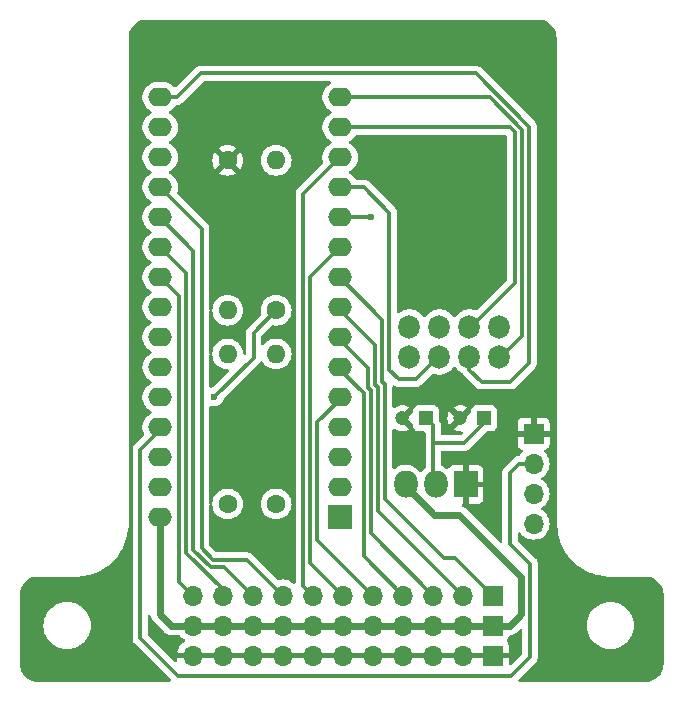
<source format=gbr>
%TF.GenerationSoftware,KiCad,Pcbnew,8.0.1*%
%TF.CreationDate,2024-05-08T13:58:46+07:00*%
%TF.ProjectId,Arduino_RC_Transceiver_DIY_2.0.0,41726475-696e-46f5-9f52-435f5472616e,rev?*%
%TF.SameCoordinates,Original*%
%TF.FileFunction,Copper,L2,Bot*%
%TF.FilePolarity,Positive*%
%FSLAX46Y46*%
G04 Gerber Fmt 4.6, Leading zero omitted, Abs format (unit mm)*
G04 Created by KiCad (PCBNEW 8.0.1) date 2024-05-08 13:58:46*
%MOMM*%
%LPD*%
G01*
G04 APERTURE LIST*
%TA.AperFunction,ComponentPad*%
%ADD10O,2.000000X2.300000*%
%TD*%
%TA.AperFunction,ComponentPad*%
%ADD11R,2.000000X2.300000*%
%TD*%
%TA.AperFunction,ComponentPad*%
%ADD12R,2.000000X2.000000*%
%TD*%
%TA.AperFunction,ComponentPad*%
%ADD13O,2.000000X1.600000*%
%TD*%
%TA.AperFunction,ComponentPad*%
%ADD14R,1.200000X1.200000*%
%TD*%
%TA.AperFunction,ComponentPad*%
%ADD15C,1.200000*%
%TD*%
%TA.AperFunction,ComponentPad*%
%ADD16C,1.600000*%
%TD*%
%TA.AperFunction,ComponentPad*%
%ADD17O,1.600000X1.600000*%
%TD*%
%TA.AperFunction,ComponentPad*%
%ADD18R,1.700000X1.700000*%
%TD*%
%TA.AperFunction,ComponentPad*%
%ADD19O,1.700000X1.700000*%
%TD*%
%TA.AperFunction,ComponentPad*%
%ADD20O,1.800000X2.000000*%
%TD*%
%TA.AperFunction,ViaPad*%
%ADD21C,0.600000*%
%TD*%
%TA.AperFunction,Conductor*%
%ADD22C,0.300000*%
%TD*%
%TA.AperFunction,Conductor*%
%ADD23C,0.600000*%
%TD*%
G04 APERTURE END LIST*
D10*
%TO.P,U3,1,VIN*%
%TO.N,vin*%
X167760000Y-110500000D03*
%TO.P,U3,2,OUT*%
%TO.N,3v3*%
X170300000Y-110500000D03*
D11*
%TO.P,U3,3,GND*%
%TO.N,GND*%
X172840000Y-110500000D03*
%TD*%
D12*
%TO.P,U2,1,D0/TX*%
%TO.N,GPIO_D1_TX*%
X162227500Y-113280000D03*
D13*
%TO.P,U2,2,D1/RX*%
%TO.N,GPIO_D0_RX*%
X162227500Y-110740000D03*
%TO.P,U2,3,RESET_1*%
%TO.N,unconnected-(U2-RESET_1-Pad3)*%
X162227500Y-108200000D03*
%TO.P,U2,4,GND_1*%
%TO.N,GND*%
X162227500Y-105660000D03*
%TO.P,U2,5,D2*%
%TO.N,GPIO_D2*%
X162227500Y-103120000D03*
%TO.P,U2,6,D3*%
%TO.N,GPIO_D3*%
X162227500Y-100580000D03*
%TO.P,U2,7,D4*%
%TO.N,GPIO_D4*%
X162227500Y-98040000D03*
%TO.P,U2,8,D5*%
%TO.N,GPIO_D5*%
X162227500Y-95500000D03*
%TO.P,U2,9,D6*%
%TO.N,GPIO_D6*%
X162227500Y-92960000D03*
%TO.P,U2,10,D7*%
%TO.N,GPIO_D7*%
X162227500Y-90420000D03*
%TO.P,U2,11,D8*%
%TO.N,GPIO_D8*%
X162227500Y-87880000D03*
%TO.P,U2,12,D9*%
%TO.N,GPIO_D9*%
X162227500Y-85340000D03*
%TO.P,U2,13,D10*%
%TO.N,GPIO_D10_SS*%
X162227500Y-82800000D03*
%TO.P,U2,14,D11*%
%TO.N,GPIO_D11_MOSI*%
X162227500Y-80260000D03*
%TO.P,U2,15,D12*%
%TO.N,GPIO_D12_MISO*%
X162227500Y-77720000D03*
%TO.P,U2,16,D13*%
%TO.N,GPIO_D13_SCK*%
X146987500Y-77720000D03*
%TO.P,U2,17,3V3*%
%TO.N,unconnected-(U2-3V3-Pad17)*%
X146987500Y-80260000D03*
%TO.P,U2,18,AREF*%
%TO.N,unconnected-(U2-AREF-Pad18)*%
X146987500Y-82800000D03*
%TO.P,U2,19,A0*%
%TO.N,GPIO_A0*%
X146987500Y-85340000D03*
%TO.P,U2,20,A1*%
%TO.N,GPIO_A1*%
X146987500Y-87880000D03*
%TO.P,U2,21,A2*%
%TO.N,GPIO_A2*%
X146987500Y-90420000D03*
%TO.P,U2,22,A3*%
%TO.N,GPIO_A3*%
X146987500Y-92960000D03*
%TO.P,U2,23,A4*%
%TO.N,GPIO_A4_SDA*%
X146987500Y-95500000D03*
%TO.P,U2,24,A5*%
%TO.N,GPIO_A5_SCL*%
X146987500Y-98040000D03*
%TO.P,U2,25,A6*%
%TO.N,GPIO_A6*%
X146987500Y-100580000D03*
%TO.P,U2,26,A7*%
%TO.N,GPIO_A7*%
X146987500Y-103120000D03*
%TO.P,U2,27,5V*%
%TO.N,5v*%
X146987500Y-105660000D03*
%TO.P,U2,28,RESET_2*%
%TO.N,unconnected-(U2-RESET_2-Pad28)*%
X146987500Y-108200000D03*
%TO.P,U2,29,GND_2*%
%TO.N,GND*%
X146987500Y-110740000D03*
%TO.P,U2,30,VIN*%
%TO.N,vin*%
X146987500Y-113280000D03*
%TD*%
D14*
%TO.P,C1,1*%
%TO.N,3v3*%
X174400000Y-104900000D03*
D15*
%TO.P,C1,2*%
%TO.N,GND*%
X172400000Y-104900000D03*
%TD*%
D16*
%TO.P,R3,1*%
%TO.N,GPIO_A7*%
X156800000Y-95750000D03*
D17*
%TO.P,R3,2*%
%TO.N,vin*%
X156800000Y-83050000D03*
%TD*%
D18*
%TO.P,J2,1,Pin_1*%
%TO.N,GND*%
X178600000Y-106200000D03*
D19*
%TO.P,J2,2,Pin_2*%
%TO.N,5v*%
X178600000Y-108740000D03*
%TO.P,J2,3,Pin_3*%
%TO.N,GPIO_A4_SDA*%
X178600000Y-111280000D03*
%TO.P,J2,4,Pin_4*%
%TO.N,GPIO_A5_SCL*%
X178600000Y-113820000D03*
%TD*%
D20*
%TO.P,U1,1,GND*%
%TO.N,GND*%
X168090000Y-99695000D03*
%TO.P,U1,2,CE*%
%TO.N,GPIO_D9*%
X170630000Y-99695000D03*
%TO.P,U1,3,SCK*%
%TO.N,GPIO_D13_SCK*%
X173170000Y-99695000D03*
%TO.P,U1,4,MISO*%
%TO.N,GPIO_D12_MISO*%
X175710000Y-99695000D03*
%TO.P,U1,5,IRQ*%
%TO.N,unconnected-(U1-IRQ-Pad5)*%
X175710000Y-97155000D03*
%TO.P,U1,6,MOSI*%
%TO.N,GPIO_D11_MOSI*%
X173170000Y-97155000D03*
%TO.P,U1,7,CSN*%
%TO.N,GPIO_D8*%
X170630000Y-97155000D03*
%TO.P,U1,8,VCC*%
%TO.N,3v3*%
X168090000Y-97155000D03*
%TD*%
D16*
%TO.P,R5,1*%
%TO.N,GND*%
X152700000Y-83050000D03*
D17*
%TO.P,R5,2*%
%TO.N,GPIO_A7*%
X152700000Y-95750000D03*
%TD*%
D19*
%TO.P,J5,11,Pin_11*%
%TO.N,GND*%
X149730000Y-124980000D03*
%TO.P,J5,10,Pin_10*%
X152270000Y-124980000D03*
%TO.P,J5,9,Pin_9*%
X154810000Y-124980000D03*
%TO.P,J5,8,Pin_8*%
X157350000Y-124980000D03*
%TO.P,J5,7,Pin_7*%
X159890000Y-124980000D03*
%TO.P,J5,6,Pin_6*%
X162430000Y-124980000D03*
%TO.P,J5,5,Pin_5*%
X164970000Y-124980000D03*
%TO.P,J5,4,Pin_4*%
X167510000Y-124980000D03*
%TO.P,J5,3,Pin_3*%
X170050000Y-124980000D03*
%TO.P,J5,2,Pin_2*%
X172590000Y-124980000D03*
D18*
%TO.P,J5,1,Pin_1*%
X175130000Y-124980000D03*
%TD*%
D19*
%TO.P,J3,11,Pin_11*%
%TO.N,GPIO_A3*%
X149730000Y-119900000D03*
%TO.P,J3,10,Pin_10*%
%TO.N,GPIO_A2*%
X152270000Y-119900000D03*
%TO.P,J3,9,Pin_9*%
%TO.N,GPIO_A1*%
X154810000Y-119900000D03*
%TO.P,J3,8,Pin_8*%
%TO.N,GPIO_A0*%
X157350000Y-119900000D03*
%TO.P,J3,7,Pin_7*%
%TO.N,GPIO_D10_SS*%
X159890000Y-119900000D03*
%TO.P,J3,6,Pin_6*%
%TO.N,GPIO_D7*%
X162430000Y-119900000D03*
%TO.P,J3,5,Pin_5*%
%TO.N,GPIO_D2*%
X164970000Y-119900000D03*
%TO.P,J3,4,Pin_4*%
%TO.N,GPIO_D3*%
X167510000Y-119900000D03*
%TO.P,J3,3,Pin_3*%
%TO.N,GPIO_D4*%
X170050000Y-119900000D03*
%TO.P,J3,2,Pin_2*%
%TO.N,GPIO_D5*%
X172590000Y-119900000D03*
D18*
%TO.P,J3,1,Pin_1*%
%TO.N,GPIO_D6*%
X175130000Y-119900000D03*
%TD*%
D19*
%TO.P,J4,11,Pin_11*%
%TO.N,vin*%
X149730000Y-122440000D03*
%TO.P,J4,10,Pin_10*%
X152270000Y-122440000D03*
%TO.P,J4,9,Pin_9*%
X154810000Y-122440000D03*
%TO.P,J4,8,Pin_8*%
X157350000Y-122440000D03*
%TO.P,J4,7,Pin_7*%
X159890000Y-122440000D03*
%TO.P,J4,6,Pin_6*%
X162430000Y-122440000D03*
%TO.P,J4,5,Pin_5*%
X164970000Y-122440000D03*
%TO.P,J4,4,Pin_4*%
X167510000Y-122440000D03*
%TO.P,J4,3,Pin_3*%
X170050000Y-122440000D03*
%TO.P,J4,2,Pin_2*%
X172590000Y-122440000D03*
D18*
%TO.P,J4,1,Pin_1*%
X175130000Y-122440000D03*
%TD*%
D16*
%TO.P,R2,1*%
%TO.N,GPIO_A4_SDA*%
X156800000Y-112150000D03*
D17*
%TO.P,R2,2*%
%TO.N,3v3*%
X156800000Y-99450000D03*
%TD*%
D16*
%TO.P,R1,1*%
%TO.N,GPIO_A5_SCL*%
X152700000Y-112150000D03*
D17*
%TO.P,R1,2*%
%TO.N,3v3*%
X152700000Y-99450000D03*
%TD*%
D15*
%TO.P,C2,2*%
%TO.N,GND*%
X167500000Y-104900000D03*
D14*
%TO.P,C2,1*%
%TO.N,3v3*%
X169500000Y-104900000D03*
%TD*%
D21*
%TO.N,GND*%
X164500000Y-81500000D03*
X177300000Y-124500000D03*
X147400000Y-123800000D03*
X170900000Y-102600000D03*
X151900000Y-109200000D03*
%TO.N,GPIO_A7*%
X151575000Y-103075000D03*
%TO.N,GPIO_D8*%
X164800000Y-87880000D03*
%TD*%
D22*
%TO.N,GND*%
X176820000Y-124980000D02*
X177300000Y-124500000D01*
X175130000Y-124980000D02*
X176820000Y-124980000D01*
%TO.N,GPIO_D3*%
X162227500Y-100780000D02*
X162227500Y-100580000D01*
%TO.N,GPIO_D6*%
X165800000Y-96532500D02*
X162227500Y-92960000D01*
X165800000Y-101806916D02*
X165800000Y-96532500D01*
X166000000Y-102006916D02*
X165800000Y-101806916D01*
X170997056Y-116700000D02*
X166000000Y-111702944D01*
%TO.N,GPIO_D3*%
X167510000Y-119900000D02*
X164200000Y-116590000D01*
%TO.N,GPIO_D6*%
X171930000Y-116700000D02*
X170997056Y-116700000D01*
X175130000Y-119900000D02*
X171930000Y-116700000D01*
%TO.N,GPIO_D5*%
X165400000Y-112710000D02*
X172590000Y-119900000D01*
X165400000Y-102255444D02*
X165400000Y-112710000D01*
%TO.N,GPIO_D3*%
X164200000Y-116590000D02*
X164200000Y-102752500D01*
%TO.N,GPIO_D5*%
X165200000Y-98672500D02*
X165200000Y-102055444D01*
X165200000Y-102055444D02*
X165400000Y-102255444D01*
X162227500Y-95700000D02*
X165200000Y-98672500D01*
X162227500Y-95500000D02*
X162227500Y-95700000D01*
%TO.N,GPIO_D4*%
X162227500Y-98240000D02*
X162227500Y-98040000D01*
X164600000Y-102303972D02*
X164600000Y-100612500D01*
%TO.N,GPIO_D3*%
X164200000Y-102752500D02*
X162227500Y-100780000D01*
%TO.N,GPIO_D4*%
X164800000Y-114650000D02*
X164800000Y-102503972D01*
X170050000Y-119900000D02*
X164800000Y-114650000D01*
%TO.N,GPIO_D6*%
X166000000Y-111702944D02*
X166000000Y-102006916D01*
%TO.N,GPIO_D4*%
X164600000Y-100612500D02*
X162227500Y-98240000D01*
X164800000Y-102503972D02*
X164600000Y-102303972D01*
%TO.N,GPIO_A2*%
X149200000Y-92632500D02*
X146987500Y-90420000D01*
X149200000Y-116300000D02*
X149200000Y-92632500D01*
X152270000Y-119370000D02*
X149200000Y-116300000D01*
X152270000Y-119900000D02*
X152270000Y-119370000D01*
%TO.N,GPIO_A0*%
X150500000Y-88852500D02*
X146987500Y-85340000D01*
X150500000Y-115902944D02*
X150500000Y-88852500D01*
X157350000Y-119900000D02*
X154350000Y-116900000D01*
%TO.N,GPIO_A1*%
X149800000Y-116051472D02*
X149800000Y-90692500D01*
X149800000Y-90692500D02*
X146987500Y-87880000D01*
X151248528Y-117500000D02*
X149800000Y-116051472D01*
X154810000Y-119900000D02*
X152410000Y-117500000D01*
X152410000Y-117500000D02*
X151248528Y-117500000D01*
%TO.N,GPIO_A0*%
X151497056Y-116900000D02*
X150500000Y-115902944D01*
X154350000Y-116900000D02*
X151497056Y-116900000D01*
%TO.N,GPIO_A3*%
X149730000Y-119900000D02*
X148600000Y-118770000D01*
X148600000Y-94572500D02*
X146987500Y-92960000D01*
X148600000Y-118770000D02*
X148600000Y-94572500D01*
%TO.N,GPIO_D11_MOSI*%
X173170000Y-97155000D02*
X173270000Y-97155000D01*
X173270000Y-97155000D02*
X177000000Y-93425000D01*
X177000000Y-80697056D02*
X176562944Y-80260000D01*
X177000000Y-93425000D02*
X177000000Y-80697056D01*
X176562944Y-80260000D02*
X162227500Y-80260000D01*
%TO.N,5v*%
X146987500Y-105860000D02*
X146987500Y-105660000D01*
X145300000Y-107547500D02*
X146987500Y-105860000D01*
X145300000Y-123500000D02*
X145300000Y-107547500D01*
X148500000Y-126700000D02*
X145300000Y-123500000D01*
X178300000Y-117200000D02*
X178300000Y-125100000D01*
X176600000Y-115500000D02*
X178300000Y-117200000D01*
X177360000Y-108740000D02*
X176600000Y-109500000D01*
X176700000Y-126700000D02*
X148500000Y-126700000D01*
X178300000Y-125100000D02*
X176700000Y-126700000D01*
X178600000Y-108740000D02*
X177360000Y-108740000D01*
X176600000Y-109500000D02*
X176600000Y-115500000D01*
D23*
%TO.N,vin*%
X176580000Y-122440000D02*
X175130000Y-122440000D01*
X177550000Y-121470000D02*
X176580000Y-122440000D01*
X170210000Y-113100000D02*
X172300000Y-113100000D01*
X177550000Y-118350000D02*
X177550000Y-121470000D01*
X167760000Y-110650000D02*
X170210000Y-113100000D01*
X172300000Y-113100000D02*
X177550000Y-118350000D01*
X167760000Y-110500000D02*
X167760000Y-110650000D01*
D22*
%TO.N,3v3*%
X170100000Y-110300000D02*
X170100000Y-107000000D01*
X170300000Y-110500000D02*
X170100000Y-110300000D01*
%TO.N,GPIO_A7*%
X154900000Y-97650000D02*
X154900000Y-99750000D01*
X154900000Y-99750000D02*
X151575000Y-103075000D01*
X156800000Y-95750000D02*
X154900000Y-97650000D01*
%TO.N,GPIO_D13_SCK*%
X148380000Y-77720000D02*
X146987500Y-77720000D01*
X150400000Y-75700000D02*
X148380000Y-77720000D01*
X178200000Y-100200000D02*
X178200000Y-80200000D01*
X176600000Y-101800000D02*
X178200000Y-100200000D01*
X173700000Y-75700000D02*
X150400000Y-75700000D01*
X173170000Y-99695000D02*
X173170000Y-100770000D01*
X174200000Y-101800000D02*
X176600000Y-101800000D01*
X173170000Y-100770000D02*
X174200000Y-101800000D01*
%TO.N,GPIO_D12_MISO*%
X177600000Y-80448528D02*
X174871472Y-77720000D01*
%TO.N,GPIO_D13_SCK*%
X178200000Y-80200000D02*
X173700000Y-75700000D01*
%TO.N,GPIO_D12_MISO*%
X175810000Y-99695000D02*
X177600000Y-97905000D01*
X177600000Y-97905000D02*
X177600000Y-80448528D01*
X175710000Y-99695000D02*
X175810000Y-99695000D01*
X174871472Y-77720000D02*
X162227500Y-77720000D01*
%TO.N,GPIO_D9*%
X166400000Y-87500000D02*
X164240000Y-85340000D01*
X166400000Y-100775000D02*
X166400000Y-87500000D01*
X167225000Y-101600000D02*
X166400000Y-100775000D01*
X170530000Y-99695000D02*
X168625000Y-101600000D01*
X168625000Y-101600000D02*
X167225000Y-101600000D01*
X170630000Y-99695000D02*
X170530000Y-99695000D01*
X164240000Y-85340000D02*
X162227500Y-85340000D01*
%TO.N,GPIO_D8*%
X162227500Y-87880000D02*
X164800000Y-87880000D01*
%TO.N,GND*%
X149730000Y-124980000D02*
X175130000Y-124980000D01*
X148580000Y-124980000D02*
X147400000Y-123800000D01*
X149730000Y-124980000D02*
X148580000Y-124980000D01*
%TO.N,GPIO_D10_SS*%
X159100000Y-85927500D02*
X159100000Y-119110000D01*
X159100000Y-119110000D02*
X159890000Y-119900000D01*
X162227500Y-82800000D02*
X159100000Y-85927500D01*
%TO.N,GPIO_D2*%
X160300000Y-115230000D02*
X160300000Y-105247500D01*
%TO.N,GPIO_D7*%
X159700000Y-92947500D02*
X162227500Y-90420000D01*
%TO.N,GPIO_D2*%
X162227500Y-103320000D02*
X162227500Y-103120000D01*
%TO.N,GPIO_D7*%
X159700000Y-117170000D02*
X159700000Y-92947500D01*
%TO.N,GPIO_D2*%
X164970000Y-119900000D02*
X160300000Y-115230000D01*
X160300000Y-105247500D02*
X162227500Y-103320000D01*
%TO.N,GPIO_D7*%
X162430000Y-119900000D02*
X159700000Y-117170000D01*
%TO.N,3v3*%
X172700000Y-107000000D02*
X170100000Y-107000000D01*
X174400000Y-104900000D02*
X174400000Y-105300000D01*
X174400000Y-105300000D02*
X172700000Y-107000000D01*
X170100000Y-105500000D02*
X169500000Y-104900000D01*
X170100000Y-107000000D02*
X170100000Y-105500000D01*
D23*
%TO.N,vin*%
X147940000Y-122440000D02*
X149730000Y-122440000D01*
X146987500Y-121487500D02*
X147940000Y-122440000D01*
X146987500Y-113280000D02*
X146987500Y-121487500D01*
X175050000Y-122440000D02*
X149650000Y-122440000D01*
%TD*%
%TA.AperFunction,Conductor*%
%TO.N,GND*%
G36*
X179044418Y-71140816D02*
G01*
X179244561Y-71155130D01*
X179262063Y-71157647D01*
X179453797Y-71199355D01*
X179470755Y-71204334D01*
X179654609Y-71272909D01*
X179670701Y-71280259D01*
X179842904Y-71374288D01*
X179857784Y-71383849D01*
X180014867Y-71501441D01*
X180028237Y-71513027D01*
X180166972Y-71651762D01*
X180178558Y-71665132D01*
X180296146Y-71822210D01*
X180305711Y-71837095D01*
X180399740Y-72009298D01*
X180407090Y-72025390D01*
X180475662Y-72209236D01*
X180480646Y-72226212D01*
X180522351Y-72417931D01*
X180524869Y-72435442D01*
X180539184Y-72635580D01*
X180539500Y-72644427D01*
X180539500Y-72713057D01*
X180539598Y-72714549D01*
X180594106Y-113740087D01*
X180594106Y-113740089D01*
X180594191Y-113804648D01*
X180594290Y-113879129D01*
X180594297Y-113879238D01*
X180594457Y-114002314D01*
X180594458Y-114002332D01*
X180629169Y-114393424D01*
X180629170Y-114393430D01*
X180697215Y-114776689D01*
X180697813Y-114780054D01*
X180799855Y-115159198D01*
X180799856Y-115159203D01*
X180799859Y-115159211D01*
X180839171Y-115266873D01*
X180934534Y-115528045D01*
X180934537Y-115528051D01*
X181100823Y-115883762D01*
X181297454Y-116223641D01*
X181297459Y-116223649D01*
X181297464Y-116223656D01*
X181522930Y-116545100D01*
X181522934Y-116545105D01*
X181522935Y-116545106D01*
X181775553Y-116845714D01*
X181775562Y-116845723D01*
X181775563Y-116845724D01*
X182053385Y-117123179D01*
X182053392Y-117123185D01*
X182354330Y-117375401D01*
X182676084Y-117600449D01*
X182676092Y-117600454D01*
X182676095Y-117600456D01*
X182772759Y-117656208D01*
X183016224Y-117796630D01*
X183016228Y-117796632D01*
X183016235Y-117796636D01*
X183016249Y-117796642D01*
X183016256Y-117796646D01*
X183371318Y-117962055D01*
X183372166Y-117962450D01*
X183554210Y-118028648D01*
X183741183Y-118096639D01*
X183879851Y-118133762D01*
X184120487Y-118198184D01*
X184507190Y-118266313D01*
X184507192Y-118266313D01*
X184507197Y-118266314D01*
X184594556Y-118273950D01*
X184898358Y-118300507D01*
X185094688Y-118300500D01*
X185160580Y-118300500D01*
X188034108Y-118300500D01*
X188095572Y-118300500D01*
X188104418Y-118300816D01*
X188304561Y-118315130D01*
X188322063Y-118317647D01*
X188513797Y-118359355D01*
X188530755Y-118364334D01*
X188714609Y-118432909D01*
X188730701Y-118440259D01*
X188902904Y-118534288D01*
X188917784Y-118543849D01*
X189074867Y-118661441D01*
X189088237Y-118673027D01*
X189226972Y-118811762D01*
X189238558Y-118825132D01*
X189356146Y-118982210D01*
X189365711Y-118997095D01*
X189459740Y-119169298D01*
X189467090Y-119185390D01*
X189535662Y-119369236D01*
X189540646Y-119386212D01*
X189582351Y-119577931D01*
X189584869Y-119595442D01*
X189599184Y-119795580D01*
X189599500Y-119804427D01*
X189599500Y-125695572D01*
X189599184Y-125704419D01*
X189584869Y-125904557D01*
X189582351Y-125922068D01*
X189540646Y-126113787D01*
X189535662Y-126130763D01*
X189467090Y-126314609D01*
X189459740Y-126330701D01*
X189365711Y-126502904D01*
X189356146Y-126517789D01*
X189238558Y-126674867D01*
X189226972Y-126688237D01*
X189088237Y-126826972D01*
X189074867Y-126838558D01*
X188917789Y-126956146D01*
X188902904Y-126965711D01*
X188730701Y-127059740D01*
X188714609Y-127067090D01*
X188530763Y-127135662D01*
X188513787Y-127140646D01*
X188322068Y-127182351D01*
X188304557Y-127184869D01*
X188123779Y-127197799D01*
X188104417Y-127199184D01*
X188095572Y-127199500D01*
X177419808Y-127199500D01*
X177352769Y-127179815D01*
X177307014Y-127127011D01*
X177297070Y-127057853D01*
X177326095Y-126994297D01*
X177332127Y-126987819D01*
X178805273Y-125514673D01*
X178805277Y-125514669D01*
X178876465Y-125408127D01*
X178925501Y-125289743D01*
X178950500Y-125164069D01*
X178950500Y-125035931D01*
X178950500Y-122440001D01*
X183094390Y-122440001D01*
X183114804Y-122725433D01*
X183175628Y-123005037D01*
X183175630Y-123005043D01*
X183175631Y-123005046D01*
X183263451Y-123240499D01*
X183275635Y-123273166D01*
X183412770Y-123524309D01*
X183412775Y-123524317D01*
X183584254Y-123753387D01*
X183584270Y-123753405D01*
X183786594Y-123955729D01*
X183786612Y-123955745D01*
X184015682Y-124127224D01*
X184015690Y-124127229D01*
X184266833Y-124264364D01*
X184266832Y-124264364D01*
X184266836Y-124264365D01*
X184266839Y-124264367D01*
X184534954Y-124364369D01*
X184534960Y-124364370D01*
X184534962Y-124364371D01*
X184814566Y-124425195D01*
X184814568Y-124425195D01*
X184814572Y-124425196D01*
X185068220Y-124443337D01*
X185099999Y-124445610D01*
X185100000Y-124445610D01*
X185100001Y-124445610D01*
X185128595Y-124443564D01*
X185385428Y-124425196D01*
X185665046Y-124364369D01*
X185933161Y-124264367D01*
X186184315Y-124127226D01*
X186413395Y-123955739D01*
X186615739Y-123753395D01*
X186787226Y-123524315D01*
X186924367Y-123273161D01*
X187024369Y-123005046D01*
X187085196Y-122725428D01*
X187105610Y-122440000D01*
X187085196Y-122154572D01*
X187024369Y-121874954D01*
X186924367Y-121606839D01*
X186903486Y-121568599D01*
X186787229Y-121355690D01*
X186787224Y-121355682D01*
X186615745Y-121126612D01*
X186615729Y-121126594D01*
X186413405Y-120924270D01*
X186413387Y-120924254D01*
X186184317Y-120752775D01*
X186184309Y-120752770D01*
X185933166Y-120615635D01*
X185933167Y-120615635D01*
X185801554Y-120566546D01*
X185665046Y-120515631D01*
X185665043Y-120515630D01*
X185665037Y-120515628D01*
X185385433Y-120454804D01*
X185100001Y-120434390D01*
X185099999Y-120434390D01*
X184814566Y-120454804D01*
X184534962Y-120515628D01*
X184266833Y-120615635D01*
X184015690Y-120752770D01*
X184015682Y-120752775D01*
X183786612Y-120924254D01*
X183786594Y-120924270D01*
X183584270Y-121126594D01*
X183584254Y-121126612D01*
X183412775Y-121355682D01*
X183412770Y-121355690D01*
X183275635Y-121606833D01*
X183175628Y-121874962D01*
X183114804Y-122154566D01*
X183094390Y-122439998D01*
X183094390Y-122440001D01*
X178950500Y-122440001D01*
X178950500Y-117135931D01*
X178950500Y-117135928D01*
X178925502Y-117010261D01*
X178925501Y-117010260D01*
X178925501Y-117010256D01*
X178880061Y-116900554D01*
X178876466Y-116891875D01*
X178876464Y-116891872D01*
X178848153Y-116849501D01*
X178805277Y-116785331D01*
X177286819Y-115266873D01*
X177253334Y-115205550D01*
X177250500Y-115179192D01*
X177250500Y-114640517D01*
X177270185Y-114573478D01*
X177322989Y-114527723D01*
X177392147Y-114517779D01*
X177455703Y-114546804D01*
X177476073Y-114569392D01*
X177508213Y-114615292D01*
X177561500Y-114691395D01*
X177561505Y-114691401D01*
X177728599Y-114858495D01*
X177748849Y-114872674D01*
X177922165Y-114994032D01*
X177922167Y-114994033D01*
X177922170Y-114994035D01*
X178136337Y-115093903D01*
X178364592Y-115155063D01*
X178552918Y-115171539D01*
X178599999Y-115175659D01*
X178600000Y-115175659D01*
X178600001Y-115175659D01*
X178639234Y-115172226D01*
X178835408Y-115155063D01*
X179063663Y-115093903D01*
X179277830Y-114994035D01*
X179471401Y-114858495D01*
X179638495Y-114691401D01*
X179774035Y-114497830D01*
X179873903Y-114283663D01*
X179935063Y-114055408D01*
X179955659Y-113820000D01*
X179935063Y-113584592D01*
X179873903Y-113356337D01*
X179774035Y-113142171D01*
X179759508Y-113121423D01*
X179638494Y-112948597D01*
X179471402Y-112781506D01*
X179471396Y-112781501D01*
X179285842Y-112651575D01*
X179242217Y-112596998D01*
X179235023Y-112527500D01*
X179266546Y-112465145D01*
X179285842Y-112448425D01*
X179308026Y-112432891D01*
X179471401Y-112318495D01*
X179638495Y-112151401D01*
X179774035Y-111957830D01*
X179873903Y-111743663D01*
X179935063Y-111515408D01*
X179955659Y-111280000D01*
X179935063Y-111044592D01*
X179873903Y-110816337D01*
X179774035Y-110602171D01*
X179759508Y-110581423D01*
X179638494Y-110408597D01*
X179471402Y-110241506D01*
X179471396Y-110241501D01*
X179285842Y-110111575D01*
X179242217Y-110056998D01*
X179235023Y-109987500D01*
X179266546Y-109925145D01*
X179285842Y-109908425D01*
X179374721Y-109846191D01*
X179471401Y-109778495D01*
X179638495Y-109611401D01*
X179774035Y-109417830D01*
X179873903Y-109203663D01*
X179935063Y-108975408D01*
X179955659Y-108740000D01*
X179935063Y-108504592D01*
X179873903Y-108276337D01*
X179774035Y-108062171D01*
X179756146Y-108036623D01*
X179638496Y-107868600D01*
X179638495Y-107868599D01*
X179516179Y-107746283D01*
X179482696Y-107684963D01*
X179487680Y-107615271D01*
X179529551Y-107559337D01*
X179560529Y-107542422D01*
X179692086Y-107493354D01*
X179692093Y-107493350D01*
X179807187Y-107407190D01*
X179807190Y-107407187D01*
X179893350Y-107292093D01*
X179893354Y-107292086D01*
X179943596Y-107157379D01*
X179943598Y-107157372D01*
X179949999Y-107097844D01*
X179950000Y-107097827D01*
X179950000Y-106450000D01*
X179033012Y-106450000D01*
X179065925Y-106392993D01*
X179100000Y-106265826D01*
X179100000Y-106134174D01*
X179065925Y-106007007D01*
X179033012Y-105950000D01*
X179950000Y-105950000D01*
X179950000Y-105302172D01*
X179949999Y-105302155D01*
X179943598Y-105242627D01*
X179943596Y-105242620D01*
X179893354Y-105107913D01*
X179893350Y-105107906D01*
X179807190Y-104992812D01*
X179807187Y-104992809D01*
X179692093Y-104906649D01*
X179692086Y-104906645D01*
X179557379Y-104856403D01*
X179557372Y-104856401D01*
X179497844Y-104850000D01*
X178850000Y-104850000D01*
X178850000Y-105766988D01*
X178792993Y-105734075D01*
X178665826Y-105700000D01*
X178534174Y-105700000D01*
X178407007Y-105734075D01*
X178350000Y-105766988D01*
X178350000Y-104850000D01*
X177702155Y-104850000D01*
X177642627Y-104856401D01*
X177642620Y-104856403D01*
X177507913Y-104906645D01*
X177507906Y-104906649D01*
X177392812Y-104992809D01*
X177392809Y-104992812D01*
X177306649Y-105107906D01*
X177306645Y-105107913D01*
X177256403Y-105242620D01*
X177256401Y-105242627D01*
X177250000Y-105302155D01*
X177250000Y-105950000D01*
X178166988Y-105950000D01*
X178134075Y-106007007D01*
X178100000Y-106134174D01*
X178100000Y-106265826D01*
X178134075Y-106392993D01*
X178166988Y-106450000D01*
X177250000Y-106450000D01*
X177250000Y-107097844D01*
X177256401Y-107157372D01*
X177256403Y-107157379D01*
X177306645Y-107292086D01*
X177306649Y-107292093D01*
X177392809Y-107407187D01*
X177392812Y-107407190D01*
X177507906Y-107493350D01*
X177507913Y-107493354D01*
X177639470Y-107542421D01*
X177695403Y-107584292D01*
X177719821Y-107649756D01*
X177704970Y-107718029D01*
X177683819Y-107746284D01*
X177561503Y-107868600D01*
X177443854Y-108036623D01*
X177389277Y-108080248D01*
X177342279Y-108089500D01*
X177295929Y-108089500D01*
X177170261Y-108114497D01*
X177170255Y-108114499D01*
X177051870Y-108163535D01*
X176945331Y-108234722D01*
X176945324Y-108234728D01*
X176094722Y-109085331D01*
X176094718Y-109085336D01*
X176048395Y-109154667D01*
X176048393Y-109154670D01*
X176023539Y-109191864D01*
X176023533Y-109191875D01*
X175974499Y-109310255D01*
X175974497Y-109310261D01*
X175949500Y-109435928D01*
X175949500Y-115318059D01*
X175929815Y-115385098D01*
X175877011Y-115430853D01*
X175807853Y-115440797D01*
X175744297Y-115411772D01*
X175737819Y-115405740D01*
X172810292Y-112478213D01*
X172810288Y-112478210D01*
X172679185Y-112390609D01*
X172679172Y-112390602D01*
X172617438Y-112365032D01*
X172563034Y-112321192D01*
X172540969Y-112254898D01*
X172558248Y-112187198D01*
X172577210Y-112162789D01*
X172590000Y-112149999D01*
X172590000Y-110927238D01*
X172648937Y-110961266D01*
X172774832Y-110995000D01*
X172905168Y-110995000D01*
X173031063Y-110961266D01*
X173090000Y-110927238D01*
X173090000Y-112150000D01*
X173887828Y-112150000D01*
X173887844Y-112149999D01*
X173947372Y-112143598D01*
X173947379Y-112143596D01*
X174082086Y-112093354D01*
X174082093Y-112093350D01*
X174197187Y-112007190D01*
X174197190Y-112007187D01*
X174283350Y-111892093D01*
X174283354Y-111892086D01*
X174333596Y-111757379D01*
X174333598Y-111757372D01*
X174339999Y-111697844D01*
X174340000Y-111697827D01*
X174340000Y-110750000D01*
X173267239Y-110750000D01*
X173301266Y-110691063D01*
X173335000Y-110565168D01*
X173335000Y-110434832D01*
X173301266Y-110308937D01*
X173267239Y-110250000D01*
X174340000Y-110250000D01*
X174340000Y-109302172D01*
X174339999Y-109302155D01*
X174333598Y-109242627D01*
X174333596Y-109242620D01*
X174283354Y-109107913D01*
X174283350Y-109107906D01*
X174197190Y-108992812D01*
X174197187Y-108992809D01*
X174082093Y-108906649D01*
X174082086Y-108906645D01*
X173947379Y-108856403D01*
X173947372Y-108856401D01*
X173887844Y-108850000D01*
X173090000Y-108850000D01*
X173090000Y-110072761D01*
X173031063Y-110038734D01*
X172905168Y-110005000D01*
X172774832Y-110005000D01*
X172648937Y-110038734D01*
X172590000Y-110072761D01*
X172590000Y-108850000D01*
X171792155Y-108850000D01*
X171732627Y-108856401D01*
X171732620Y-108856403D01*
X171597913Y-108906645D01*
X171597906Y-108906649D01*
X171482812Y-108992809D01*
X171482809Y-108992812D01*
X171396649Y-109107906D01*
X171392396Y-109115696D01*
X171389184Y-109113942D01*
X171357435Y-109156056D01*
X171291888Y-109180249D01*
X171223666Y-109165165D01*
X171210585Y-109156859D01*
X171086433Y-109066657D01*
X171048284Y-109047219D01*
X170875996Y-108959433D01*
X170859740Y-108954151D01*
X170836179Y-108946496D01*
X170778506Y-108907059D01*
X170751308Y-108842700D01*
X170750500Y-108828566D01*
X170750500Y-107774500D01*
X170770185Y-107707461D01*
X170822989Y-107661706D01*
X170874500Y-107650500D01*
X172764071Y-107650500D01*
X172848615Y-107633682D01*
X172889744Y-107625501D01*
X173008127Y-107576465D01*
X173114669Y-107505277D01*
X174583127Y-106036817D01*
X174644450Y-106003333D01*
X174670808Y-106000499D01*
X175047871Y-106000499D01*
X175047872Y-106000499D01*
X175107483Y-105994091D01*
X175242331Y-105943796D01*
X175357546Y-105857546D01*
X175443796Y-105742331D01*
X175494091Y-105607483D01*
X175500500Y-105547873D01*
X175500499Y-104252128D01*
X175494091Y-104192517D01*
X175469916Y-104127701D01*
X175443797Y-104057671D01*
X175443793Y-104057664D01*
X175357547Y-103942455D01*
X175357544Y-103942452D01*
X175242335Y-103856206D01*
X175242328Y-103856202D01*
X175107482Y-103805908D01*
X175107483Y-103805908D01*
X175047883Y-103799501D01*
X175047881Y-103799500D01*
X175047873Y-103799500D01*
X175047864Y-103799500D01*
X173752129Y-103799500D01*
X173752123Y-103799501D01*
X173692516Y-103805908D01*
X173557671Y-103856202D01*
X173557664Y-103856206D01*
X173442455Y-103942452D01*
X173442452Y-103942455D01*
X173356206Y-104057664D01*
X173356202Y-104057671D01*
X173305908Y-104192517D01*
X173301633Y-104232284D01*
X173299501Y-104252123D01*
X173299500Y-104252135D01*
X173299500Y-104302691D01*
X173279815Y-104369730D01*
X173263181Y-104390372D01*
X172694854Y-104958698D01*
X172700000Y-104939496D01*
X172700000Y-104860504D01*
X172679556Y-104784204D01*
X172640060Y-104715795D01*
X172584205Y-104659940D01*
X172515796Y-104620444D01*
X172439496Y-104600000D01*
X172360504Y-104600000D01*
X172284204Y-104620444D01*
X172215795Y-104659940D01*
X172159940Y-104715795D01*
X172120444Y-104784204D01*
X172100000Y-104860504D01*
X172100000Y-104939496D01*
X172120444Y-105015796D01*
X172159940Y-105084205D01*
X172215795Y-105140060D01*
X172284204Y-105179556D01*
X172360504Y-105200000D01*
X172439496Y-105200000D01*
X172458698Y-105194854D01*
X172400000Y-105253553D01*
X171819311Y-105834240D01*
X171907585Y-105888897D01*
X172097678Y-105962539D01*
X172298072Y-106000000D01*
X172480691Y-106000000D01*
X172547730Y-106019685D01*
X172593485Y-106072489D01*
X172603429Y-106141647D01*
X172574404Y-106205203D01*
X172568375Y-106211678D01*
X172466871Y-106313182D01*
X172405551Y-106346666D01*
X172379192Y-106349500D01*
X170874500Y-106349500D01*
X170807461Y-106329815D01*
X170761706Y-106277011D01*
X170750500Y-106225500D01*
X170750500Y-105435928D01*
X170725502Y-105310261D01*
X170725501Y-105310260D01*
X170725501Y-105310256D01*
X170676465Y-105191873D01*
X170676464Y-105191872D01*
X170676461Y-105191866D01*
X170621397Y-105109457D01*
X170600519Y-105042779D01*
X170600499Y-105040566D01*
X170600499Y-104900000D01*
X171295287Y-104900000D01*
X171314096Y-105102989D01*
X171314097Y-105102992D01*
X171369883Y-105299063D01*
X171369886Y-105299069D01*
X171460751Y-105481551D01*
X171462533Y-105483911D01*
X172046446Y-104900000D01*
X171462533Y-104316087D01*
X171460755Y-104318442D01*
X171460754Y-104318443D01*
X171369886Y-104500930D01*
X171369883Y-104500936D01*
X171314097Y-104697007D01*
X171314096Y-104697010D01*
X171295287Y-104899999D01*
X171295287Y-104900000D01*
X170600499Y-104900000D01*
X170600499Y-104252129D01*
X170600498Y-104252123D01*
X170600497Y-104252116D01*
X170594091Y-104192517D01*
X170569916Y-104127701D01*
X170543797Y-104057671D01*
X170543793Y-104057664D01*
X170474992Y-103965758D01*
X171819311Y-103965758D01*
X172400000Y-104546446D01*
X172400001Y-104546446D01*
X172980687Y-103965758D01*
X172892413Y-103911101D01*
X172892411Y-103911100D01*
X172702321Y-103837460D01*
X172501928Y-103800000D01*
X172298072Y-103800000D01*
X172097678Y-103837460D01*
X171907588Y-103911100D01*
X171907581Y-103911104D01*
X171819312Y-103965757D01*
X171819311Y-103965758D01*
X170474992Y-103965758D01*
X170457547Y-103942455D01*
X170457544Y-103942452D01*
X170342335Y-103856206D01*
X170342328Y-103856202D01*
X170207482Y-103805908D01*
X170207483Y-103805908D01*
X170147883Y-103799501D01*
X170147881Y-103799500D01*
X170147873Y-103799500D01*
X170147864Y-103799500D01*
X168852129Y-103799500D01*
X168852123Y-103799501D01*
X168792516Y-103805908D01*
X168657671Y-103856202D01*
X168657664Y-103856206D01*
X168542455Y-103942452D01*
X168542452Y-103942455D01*
X168456206Y-104057664D01*
X168456202Y-104057671D01*
X168405908Y-104192517D01*
X168401633Y-104232284D01*
X168399501Y-104252123D01*
X168399500Y-104252135D01*
X168399500Y-104302691D01*
X168379815Y-104369730D01*
X168363181Y-104390372D01*
X167853553Y-104900000D01*
X168363181Y-105409628D01*
X168396666Y-105470951D01*
X168399500Y-105497307D01*
X168399500Y-105547869D01*
X168399501Y-105547876D01*
X168405908Y-105607483D01*
X168456202Y-105742328D01*
X168456206Y-105742335D01*
X168542452Y-105857544D01*
X168542455Y-105857547D01*
X168657664Y-105943793D01*
X168657671Y-105943797D01*
X168702618Y-105960561D01*
X168792517Y-105994091D01*
X168852127Y-106000500D01*
X169325500Y-106000499D01*
X169392539Y-106020183D01*
X169438294Y-106072987D01*
X169449500Y-106124499D01*
X169449500Y-109050023D01*
X169429815Y-109117062D01*
X169398386Y-109150340D01*
X169322496Y-109205478D01*
X169322487Y-109205485D01*
X169155484Y-109372488D01*
X169130318Y-109407127D01*
X169074987Y-109449792D01*
X169005374Y-109455771D01*
X168943579Y-109423165D01*
X168929682Y-109407127D01*
X168904517Y-109372490D01*
X168737510Y-109205483D01*
X168546433Y-109066657D01*
X168508284Y-109047219D01*
X168335996Y-108959433D01*
X168111368Y-108886446D01*
X167878097Y-108849500D01*
X167878092Y-108849500D01*
X167641908Y-108849500D01*
X167641903Y-108849500D01*
X167408631Y-108886446D01*
X167184003Y-108959433D01*
X166973563Y-109066659D01*
X166847385Y-109158333D01*
X166781579Y-109181813D01*
X166713525Y-109165988D01*
X166664830Y-109115882D01*
X166650500Y-109058015D01*
X166650500Y-105890422D01*
X166670185Y-105823383D01*
X166722989Y-105777628D01*
X166792147Y-105767684D01*
X166839778Y-105784995D01*
X167007585Y-105888897D01*
X167197678Y-105962539D01*
X167398072Y-106000000D01*
X167601928Y-106000000D01*
X167802322Y-105962539D01*
X167992412Y-105888899D01*
X167992416Y-105888897D01*
X168080686Y-105834241D01*
X168080686Y-105834240D01*
X167441300Y-105194854D01*
X167460504Y-105200000D01*
X167539496Y-105200000D01*
X167615796Y-105179556D01*
X167684205Y-105140060D01*
X167740060Y-105084205D01*
X167779556Y-105015796D01*
X167800000Y-104939496D01*
X167800000Y-104860504D01*
X167779556Y-104784204D01*
X167740060Y-104715795D01*
X167684205Y-104659940D01*
X167615796Y-104620444D01*
X167539496Y-104600000D01*
X167460504Y-104600000D01*
X167441301Y-104605145D01*
X167500000Y-104546447D01*
X168080687Y-103965758D01*
X167992413Y-103911101D01*
X167992411Y-103911100D01*
X167802321Y-103837460D01*
X167601928Y-103800000D01*
X167398072Y-103800000D01*
X167197678Y-103837460D01*
X167007584Y-103911102D01*
X166839778Y-104015004D01*
X166772417Y-104033560D01*
X166705718Y-104012752D01*
X166660856Y-103959186D01*
X166650500Y-103909577D01*
X166650500Y-102230468D01*
X166670185Y-102163429D01*
X166722989Y-102117674D01*
X166792147Y-102107730D01*
X166843391Y-102127366D01*
X166916873Y-102176465D01*
X167035256Y-102225501D01*
X167035260Y-102225501D01*
X167035261Y-102225502D01*
X167160928Y-102250500D01*
X167160931Y-102250500D01*
X168689071Y-102250500D01*
X168789774Y-102230468D01*
X168814744Y-102225501D01*
X168933127Y-102176465D01*
X168933771Y-102176035D01*
X169039669Y-102105277D01*
X170008214Y-101136730D01*
X170069535Y-101103247D01*
X170134211Y-101106482D01*
X170302049Y-101161015D01*
X170519778Y-101195500D01*
X170519779Y-101195500D01*
X170740221Y-101195500D01*
X170740222Y-101195500D01*
X170957951Y-101161015D01*
X171167606Y-101092895D01*
X171364022Y-100992815D01*
X171542365Y-100863242D01*
X171698242Y-100707365D01*
X171720494Y-100676738D01*
X171799682Y-100567745D01*
X171855011Y-100525079D01*
X171924625Y-100519100D01*
X171986420Y-100551705D01*
X172000318Y-100567745D01*
X172101752Y-100707358D01*
X172101756Y-100707363D01*
X172257636Y-100863243D01*
X172257641Y-100863247D01*
X172435976Y-100992814D01*
X172559606Y-101055808D01*
X172606412Y-101097401D01*
X172664724Y-101184671D01*
X173785326Y-102305273D01*
X173785329Y-102305275D01*
X173785331Y-102305277D01*
X173891873Y-102376465D01*
X174010256Y-102425501D01*
X174010260Y-102425501D01*
X174010261Y-102425502D01*
X174135928Y-102450500D01*
X174135931Y-102450500D01*
X176664071Y-102450500D01*
X176748615Y-102433682D01*
X176789744Y-102425501D01*
X176908127Y-102376465D01*
X177014669Y-102305277D01*
X178705277Y-100614669D01*
X178776465Y-100508127D01*
X178795624Y-100461873D01*
X178825501Y-100389744D01*
X178850500Y-100264069D01*
X178850500Y-80135931D01*
X178850500Y-80135928D01*
X178825502Y-80010261D01*
X178825501Y-80010260D01*
X178825501Y-80010256D01*
X178776465Y-79891873D01*
X178705277Y-79785331D01*
X178705275Y-79785329D01*
X178705273Y-79785326D01*
X174114673Y-75194726D01*
X174114669Y-75194723D01*
X174008127Y-75123535D01*
X173889744Y-75074499D01*
X173889738Y-75074497D01*
X173764071Y-75049500D01*
X173764069Y-75049500D01*
X150335931Y-75049500D01*
X150335929Y-75049500D01*
X150210261Y-75074497D01*
X150210255Y-75074499D01*
X150091870Y-75123535D01*
X149985331Y-75194722D01*
X149985324Y-75194728D01*
X148331050Y-76849002D01*
X148269727Y-76882487D01*
X148200035Y-76877503D01*
X148155688Y-76849003D01*
X148155687Y-76849002D01*
X148034719Y-76728034D01*
X148034715Y-76728031D01*
X148034711Y-76728027D01*
X147869113Y-76607715D01*
X147869112Y-76607714D01*
X147869110Y-76607713D01*
X147812153Y-76578691D01*
X147686723Y-76514781D01*
X147492034Y-76451522D01*
X147311880Y-76422989D01*
X147289852Y-76419500D01*
X146685148Y-76419500D01*
X146663120Y-76422989D01*
X146482965Y-76451522D01*
X146288276Y-76514781D01*
X146105886Y-76607715D01*
X145940286Y-76728028D01*
X145795528Y-76872786D01*
X145675215Y-77038386D01*
X145582281Y-77220776D01*
X145519022Y-77415465D01*
X145487000Y-77617648D01*
X145487000Y-77822351D01*
X145519022Y-78024534D01*
X145582281Y-78219223D01*
X145675215Y-78401613D01*
X145795528Y-78567213D01*
X145940286Y-78711971D01*
X146095249Y-78824556D01*
X146105890Y-78832287D01*
X146197340Y-78878883D01*
X146198580Y-78879515D01*
X146249376Y-78927490D01*
X146266171Y-78995311D01*
X146243634Y-79061446D01*
X146198580Y-79100485D01*
X146105886Y-79147715D01*
X145940286Y-79268028D01*
X145795528Y-79412786D01*
X145675215Y-79578386D01*
X145582281Y-79760776D01*
X145519022Y-79955465D01*
X145487000Y-80157648D01*
X145487000Y-80362351D01*
X145519022Y-80564534D01*
X145582281Y-80759223D01*
X145675215Y-80941613D01*
X145795528Y-81107213D01*
X145940286Y-81251971D01*
X146095249Y-81364556D01*
X146105890Y-81372287D01*
X146197340Y-81418883D01*
X146198580Y-81419515D01*
X146249376Y-81467490D01*
X146266171Y-81535311D01*
X146243634Y-81601446D01*
X146198580Y-81640485D01*
X146105886Y-81687715D01*
X145940286Y-81808028D01*
X145795528Y-81952786D01*
X145675215Y-82118386D01*
X145582281Y-82300776D01*
X145519022Y-82495465D01*
X145487000Y-82697648D01*
X145487000Y-82902351D01*
X145519022Y-83104534D01*
X145582281Y-83299223D01*
X145675215Y-83481613D01*
X145795528Y-83647213D01*
X145940286Y-83791971D01*
X146074029Y-83889139D01*
X146105890Y-83912287D01*
X146197340Y-83958883D01*
X146198580Y-83959515D01*
X146249376Y-84007490D01*
X146266171Y-84075311D01*
X146243634Y-84141446D01*
X146198580Y-84180485D01*
X146105886Y-84227715D01*
X145940286Y-84348028D01*
X145795528Y-84492786D01*
X145675215Y-84658386D01*
X145582281Y-84840776D01*
X145519022Y-85035465D01*
X145487000Y-85237648D01*
X145487000Y-85442351D01*
X145519022Y-85644534D01*
X145582281Y-85839223D01*
X145675215Y-86021613D01*
X145795528Y-86187213D01*
X145940286Y-86331971D01*
X146095249Y-86444556D01*
X146105890Y-86452287D01*
X146197340Y-86498883D01*
X146198580Y-86499515D01*
X146249376Y-86547490D01*
X146266171Y-86615311D01*
X146243634Y-86681446D01*
X146198580Y-86720485D01*
X146105886Y-86767715D01*
X145940286Y-86888028D01*
X145795528Y-87032786D01*
X145675215Y-87198386D01*
X145582281Y-87380776D01*
X145519022Y-87575465D01*
X145487000Y-87777648D01*
X145487000Y-87982351D01*
X145519022Y-88184534D01*
X145582281Y-88379223D01*
X145646191Y-88504653D01*
X145666431Y-88544375D01*
X145675215Y-88561613D01*
X145795528Y-88727213D01*
X145940286Y-88871971D01*
X146095249Y-88984556D01*
X146105890Y-88992287D01*
X146197340Y-89038883D01*
X146198580Y-89039515D01*
X146249376Y-89087490D01*
X146266171Y-89155311D01*
X146243634Y-89221446D01*
X146198580Y-89260485D01*
X146105886Y-89307715D01*
X145940286Y-89428028D01*
X145795528Y-89572786D01*
X145675215Y-89738386D01*
X145582281Y-89920776D01*
X145519022Y-90115465D01*
X145487000Y-90317648D01*
X145487000Y-90522351D01*
X145519022Y-90724534D01*
X145582281Y-90919223D01*
X145675215Y-91101613D01*
X145795528Y-91267213D01*
X145940286Y-91411971D01*
X146027709Y-91475486D01*
X146105890Y-91532287D01*
X146197340Y-91578883D01*
X146198580Y-91579515D01*
X146249376Y-91627490D01*
X146266171Y-91695311D01*
X146243634Y-91761446D01*
X146198580Y-91800485D01*
X146105886Y-91847715D01*
X145940286Y-91968028D01*
X145795528Y-92112786D01*
X145675215Y-92278386D01*
X145582281Y-92460776D01*
X145519022Y-92655465D01*
X145487000Y-92857648D01*
X145487000Y-93062351D01*
X145519022Y-93264534D01*
X145582281Y-93459223D01*
X145675215Y-93641613D01*
X145795528Y-93807213D01*
X145940286Y-93951971D01*
X146095249Y-94064556D01*
X146105890Y-94072287D01*
X146197340Y-94118883D01*
X146198580Y-94119515D01*
X146249376Y-94167490D01*
X146266171Y-94235311D01*
X146243634Y-94301446D01*
X146198580Y-94340485D01*
X146105886Y-94387715D01*
X145940286Y-94508028D01*
X145795528Y-94652786D01*
X145675215Y-94818386D01*
X145582281Y-95000776D01*
X145519022Y-95195465D01*
X145487000Y-95397648D01*
X145487000Y-95602351D01*
X145519022Y-95804534D01*
X145582281Y-95999223D01*
X145675215Y-96181613D01*
X145795528Y-96347213D01*
X145940286Y-96491971D01*
X146074029Y-96589139D01*
X146105890Y-96612287D01*
X146197340Y-96658883D01*
X146198580Y-96659515D01*
X146249376Y-96707490D01*
X146266171Y-96775311D01*
X146243634Y-96841446D01*
X146198580Y-96880485D01*
X146105886Y-96927715D01*
X145940286Y-97048028D01*
X145795528Y-97192786D01*
X145675215Y-97358386D01*
X145582281Y-97540776D01*
X145519022Y-97735465D01*
X145487000Y-97937648D01*
X145487000Y-98142351D01*
X145519022Y-98344534D01*
X145582281Y-98539223D01*
X145615302Y-98604029D01*
X145662052Y-98695781D01*
X145675215Y-98721613D01*
X145795528Y-98887213D01*
X145940286Y-99031971D01*
X146095249Y-99144556D01*
X146105890Y-99152287D01*
X146197340Y-99198883D01*
X146198580Y-99199515D01*
X146249376Y-99247490D01*
X146266171Y-99315311D01*
X146243634Y-99381446D01*
X146198580Y-99420485D01*
X146105886Y-99467715D01*
X145940286Y-99588028D01*
X145795528Y-99732786D01*
X145675215Y-99898386D01*
X145582281Y-100080776D01*
X145519022Y-100275465D01*
X145489498Y-100461874D01*
X145487000Y-100477648D01*
X145487000Y-100682352D01*
X145490961Y-100707358D01*
X145519022Y-100884534D01*
X145582281Y-101079223D01*
X145675215Y-101261613D01*
X145795528Y-101427213D01*
X145940286Y-101571971D01*
X146095249Y-101684556D01*
X146105890Y-101692287D01*
X146197340Y-101738883D01*
X146198580Y-101739515D01*
X146249376Y-101787490D01*
X146266171Y-101855311D01*
X146243634Y-101921446D01*
X146198580Y-101960485D01*
X146105886Y-102007715D01*
X145940286Y-102128028D01*
X145795528Y-102272786D01*
X145675215Y-102438386D01*
X145582281Y-102620776D01*
X145519022Y-102815465D01*
X145487000Y-103017648D01*
X145487000Y-103222351D01*
X145519022Y-103424534D01*
X145582281Y-103619223D01*
X145645081Y-103742472D01*
X145674794Y-103800788D01*
X145675215Y-103801613D01*
X145795528Y-103967213D01*
X145940286Y-104111971D01*
X146095249Y-104224556D01*
X146105890Y-104232287D01*
X146193750Y-104277054D01*
X146198580Y-104279515D01*
X146249376Y-104327490D01*
X146266171Y-104395311D01*
X146243634Y-104461446D01*
X146198580Y-104500485D01*
X146105886Y-104547715D01*
X145940286Y-104668028D01*
X145795528Y-104812786D01*
X145675215Y-104978386D01*
X145582281Y-105160776D01*
X145519022Y-105355465D01*
X145487000Y-105557648D01*
X145487000Y-105762351D01*
X145519022Y-105964534D01*
X145582281Y-106159223D01*
X145604180Y-106202200D01*
X145617076Y-106270869D01*
X145590800Y-106335609D01*
X145581376Y-106346176D01*
X144794723Y-107132830D01*
X144785844Y-107146119D01*
X144756696Y-107189744D01*
X144744475Y-107208034D01*
X144723535Y-107239372D01*
X144723533Y-107239375D01*
X144674499Y-107357755D01*
X144674497Y-107357761D01*
X144649500Y-107483428D01*
X144649500Y-123564071D01*
X144666105Y-123647546D01*
X144666105Y-123647547D01*
X144674497Y-123689737D01*
X144674498Y-123689742D01*
X144718371Y-123795659D01*
X144723535Y-123808127D01*
X144794723Y-123914669D01*
X144794726Y-123914673D01*
X144794727Y-123914674D01*
X147867873Y-126987819D01*
X147901358Y-127049142D01*
X147896374Y-127118834D01*
X147854502Y-127174767D01*
X147789038Y-127199184D01*
X147780192Y-127199500D01*
X136604428Y-127199500D01*
X136595582Y-127199184D01*
X136573622Y-127197613D01*
X136395442Y-127184869D01*
X136377931Y-127182351D01*
X136186212Y-127140646D01*
X136169236Y-127135662D01*
X135985390Y-127067090D01*
X135969298Y-127059740D01*
X135797095Y-126965711D01*
X135782210Y-126956146D01*
X135625132Y-126838558D01*
X135611762Y-126826972D01*
X135473027Y-126688237D01*
X135461441Y-126674867D01*
X135343849Y-126517784D01*
X135334288Y-126502904D01*
X135240259Y-126330701D01*
X135232909Y-126314609D01*
X135172091Y-126151551D01*
X135164334Y-126130755D01*
X135159355Y-126113797D01*
X135117647Y-125922063D01*
X135115130Y-125904556D01*
X135109215Y-125821857D01*
X135100816Y-125704418D01*
X135100500Y-125695572D01*
X135100500Y-122440001D01*
X137094390Y-122440001D01*
X137114804Y-122725433D01*
X137175628Y-123005037D01*
X137175630Y-123005043D01*
X137175631Y-123005046D01*
X137263451Y-123240499D01*
X137275635Y-123273166D01*
X137412770Y-123524309D01*
X137412775Y-123524317D01*
X137584254Y-123753387D01*
X137584270Y-123753405D01*
X137786594Y-123955729D01*
X137786612Y-123955745D01*
X138015682Y-124127224D01*
X138015690Y-124127229D01*
X138266833Y-124264364D01*
X138266832Y-124264364D01*
X138266836Y-124264365D01*
X138266839Y-124264367D01*
X138534954Y-124364369D01*
X138534960Y-124364370D01*
X138534962Y-124364371D01*
X138814566Y-124425195D01*
X138814568Y-124425195D01*
X138814572Y-124425196D01*
X139068220Y-124443337D01*
X139099999Y-124445610D01*
X139100000Y-124445610D01*
X139100001Y-124445610D01*
X139128595Y-124443564D01*
X139385428Y-124425196D01*
X139665046Y-124364369D01*
X139933161Y-124264367D01*
X140184315Y-124127226D01*
X140413395Y-123955739D01*
X140615739Y-123753395D01*
X140787226Y-123524315D01*
X140924367Y-123273161D01*
X141024369Y-123005046D01*
X141085196Y-122725428D01*
X141105610Y-122440000D01*
X141085196Y-122154572D01*
X141024369Y-121874954D01*
X140924367Y-121606839D01*
X140903486Y-121568599D01*
X140787229Y-121355690D01*
X140787224Y-121355682D01*
X140615745Y-121126612D01*
X140615729Y-121126594D01*
X140413405Y-120924270D01*
X140413387Y-120924254D01*
X140184317Y-120752775D01*
X140184309Y-120752770D01*
X139933166Y-120615635D01*
X139933167Y-120615635D01*
X139801554Y-120566546D01*
X139665046Y-120515631D01*
X139665043Y-120515630D01*
X139665037Y-120515628D01*
X139385433Y-120454804D01*
X139100001Y-120434390D01*
X139099999Y-120434390D01*
X138814566Y-120454804D01*
X138534962Y-120515628D01*
X138266833Y-120615635D01*
X138015690Y-120752770D01*
X138015682Y-120752775D01*
X137786612Y-120924254D01*
X137786594Y-120924270D01*
X137584270Y-121126594D01*
X137584254Y-121126612D01*
X137412775Y-121355682D01*
X137412770Y-121355690D01*
X137275635Y-121606833D01*
X137175628Y-121874962D01*
X137114804Y-122154566D01*
X137094390Y-122439998D01*
X137094390Y-122440001D01*
X135100500Y-122440001D01*
X135100500Y-119804427D01*
X135100816Y-119795581D01*
X135105213Y-119734108D01*
X135115130Y-119595436D01*
X135117646Y-119577938D01*
X135159356Y-119386199D01*
X135164333Y-119369248D01*
X135232911Y-119185385D01*
X135240259Y-119169298D01*
X135292266Y-119074054D01*
X135334291Y-118997089D01*
X135343845Y-118982221D01*
X135461448Y-118825123D01*
X135473020Y-118811769D01*
X135611769Y-118673020D01*
X135625123Y-118661448D01*
X135782221Y-118543845D01*
X135797089Y-118534291D01*
X135969298Y-118440258D01*
X135985385Y-118432911D01*
X136169248Y-118364333D01*
X136186199Y-118359356D01*
X136377938Y-118317646D01*
X136395436Y-118315130D01*
X136595582Y-118300816D01*
X136604428Y-118300500D01*
X139875696Y-118300500D01*
X139876111Y-118300472D01*
X139998208Y-118300475D01*
X140389595Y-118266246D01*
X140389604Y-118266244D01*
X140389607Y-118266244D01*
X140518566Y-118243512D01*
X140776510Y-118198044D01*
X141005251Y-118136772D01*
X141155999Y-118096394D01*
X141156004Y-118096392D01*
X141156012Y-118096390D01*
X141525213Y-117962055D01*
X141881306Y-117796062D01*
X141881312Y-117796058D01*
X141881321Y-117796054D01*
X142123624Y-117656208D01*
X142221580Y-117599673D01*
X142543449Y-117374383D01*
X142844464Y-117121905D01*
X143122335Y-116844158D01*
X143374949Y-116543257D01*
X143600384Y-116221490D01*
X143796926Y-115881304D01*
X143963079Y-115525286D01*
X144097580Y-115156145D01*
X144199405Y-114776689D01*
X144267781Y-114389804D01*
X144302186Y-113998433D01*
X144302271Y-113801993D01*
X144302292Y-113753914D01*
X144320466Y-72714420D01*
X144320500Y-72713925D01*
X144320500Y-72644427D01*
X144320816Y-72635581D01*
X144335130Y-72435443D01*
X144335131Y-72435442D01*
X144335130Y-72435436D01*
X144337646Y-72417938D01*
X144379356Y-72226199D01*
X144384333Y-72209248D01*
X144452911Y-72025385D01*
X144460259Y-72009298D01*
X144522815Y-71894734D01*
X144554291Y-71837089D01*
X144563845Y-71822221D01*
X144681448Y-71665123D01*
X144693020Y-71651769D01*
X144831769Y-71513020D01*
X144845123Y-71501448D01*
X145002221Y-71383845D01*
X145017089Y-71374291D01*
X145189298Y-71280258D01*
X145205385Y-71272911D01*
X145389248Y-71204333D01*
X145406199Y-71199356D01*
X145597938Y-71157646D01*
X145615436Y-71155130D01*
X145815582Y-71140816D01*
X145824428Y-71140500D01*
X145885892Y-71140500D01*
X178974108Y-71140500D01*
X179035572Y-71140500D01*
X179044418Y-71140816D01*
G37*
%TD.AperFunction*%
%TA.AperFunction,Conductor*%
G36*
X177568833Y-122685758D02*
G01*
X177624767Y-122727629D01*
X177649184Y-122793094D01*
X177649500Y-122801940D01*
X177649500Y-124779191D01*
X177629815Y-124846230D01*
X177613181Y-124866872D01*
X176691681Y-125788372D01*
X176630358Y-125821857D01*
X176560666Y-125816873D01*
X176504733Y-125775001D01*
X176480316Y-125709537D01*
X176480000Y-125700691D01*
X176480000Y-125230000D01*
X175563012Y-125230000D01*
X175595925Y-125172993D01*
X175630000Y-125045826D01*
X175630000Y-124914174D01*
X175595925Y-124787007D01*
X175563012Y-124730000D01*
X176480000Y-124730000D01*
X176480000Y-124082172D01*
X176479999Y-124082155D01*
X176473598Y-124022627D01*
X176473596Y-124022620D01*
X176423354Y-123887913D01*
X176423352Y-123887910D01*
X176346110Y-123784729D01*
X176321692Y-123719265D01*
X176336543Y-123650992D01*
X176346105Y-123636111D01*
X176423796Y-123532331D01*
X176474091Y-123397483D01*
X176479062Y-123351242D01*
X176505799Y-123286694D01*
X176563191Y-123246846D01*
X176602351Y-123240500D01*
X176658844Y-123240500D01*
X176658845Y-123240499D01*
X176813497Y-123209737D01*
X176959179Y-123149394D01*
X177090289Y-123061789D01*
X177437819Y-122714259D01*
X177499142Y-122680774D01*
X177568833Y-122685758D01*
G37*
%TD.AperFunction*%
%TA.AperFunction,Conductor*%
G36*
X146155703Y-121542657D02*
G01*
X146193477Y-121601435D01*
X146196117Y-121612179D01*
X146217761Y-121720989D01*
X146217764Y-121721001D01*
X146278102Y-121866672D01*
X146278109Y-121866685D01*
X146365710Y-121997788D01*
X146365713Y-121997792D01*
X147318211Y-122950289D01*
X147429708Y-123061786D01*
X147429712Y-123061790D01*
X147560814Y-123149390D01*
X147560821Y-123149394D01*
X147663375Y-123191873D01*
X147706502Y-123209737D01*
X147861152Y-123240499D01*
X147861155Y-123240500D01*
X147861157Y-123240500D01*
X147861158Y-123240500D01*
X148577309Y-123240500D01*
X148644348Y-123260185D01*
X148678884Y-123293376D01*
X148691508Y-123311405D01*
X148858597Y-123478493D01*
X148858603Y-123478498D01*
X149044594Y-123608730D01*
X149088219Y-123663307D01*
X149095413Y-123732805D01*
X149063890Y-123795160D01*
X149044595Y-123811880D01*
X148858922Y-123941890D01*
X148858920Y-123941891D01*
X148691891Y-124108920D01*
X148691886Y-124108926D01*
X148556400Y-124302420D01*
X148556399Y-124302422D01*
X148456570Y-124516507D01*
X148456567Y-124516513D01*
X148399364Y-124729999D01*
X148399364Y-124730000D01*
X149296988Y-124730000D01*
X149264075Y-124787007D01*
X149230000Y-124914174D01*
X149230000Y-125045826D01*
X149264075Y-125172993D01*
X149296988Y-125230000D01*
X148399364Y-125230000D01*
X148444087Y-125396911D01*
X148442424Y-125466760D01*
X148403261Y-125524623D01*
X148339033Y-125552127D01*
X148270131Y-125540540D01*
X148236631Y-125516685D01*
X145986819Y-123266873D01*
X145953334Y-123205550D01*
X145950500Y-123179192D01*
X145950500Y-121636370D01*
X145970185Y-121569331D01*
X146022989Y-121523576D01*
X146092147Y-121513632D01*
X146155703Y-121542657D01*
G37*
%TD.AperFunction*%
%TA.AperFunction,Conductor*%
G36*
X151804075Y-124787007D02*
G01*
X151770000Y-124914174D01*
X151770000Y-125045826D01*
X151804075Y-125172993D01*
X151836988Y-125230000D01*
X150163012Y-125230000D01*
X150195925Y-125172993D01*
X150230000Y-125045826D01*
X150230000Y-124914174D01*
X150195925Y-124787007D01*
X150163012Y-124730000D01*
X151836988Y-124730000D01*
X151804075Y-124787007D01*
G37*
%TD.AperFunction*%
%TA.AperFunction,Conductor*%
G36*
X154344075Y-124787007D02*
G01*
X154310000Y-124914174D01*
X154310000Y-125045826D01*
X154344075Y-125172993D01*
X154376988Y-125230000D01*
X152703012Y-125230000D01*
X152735925Y-125172993D01*
X152770000Y-125045826D01*
X152770000Y-124914174D01*
X152735925Y-124787007D01*
X152703012Y-124730000D01*
X154376988Y-124730000D01*
X154344075Y-124787007D01*
G37*
%TD.AperFunction*%
%TA.AperFunction,Conductor*%
G36*
X156884075Y-124787007D02*
G01*
X156850000Y-124914174D01*
X156850000Y-125045826D01*
X156884075Y-125172993D01*
X156916988Y-125230000D01*
X155243012Y-125230000D01*
X155275925Y-125172993D01*
X155310000Y-125045826D01*
X155310000Y-124914174D01*
X155275925Y-124787007D01*
X155243012Y-124730000D01*
X156916988Y-124730000D01*
X156884075Y-124787007D01*
G37*
%TD.AperFunction*%
%TA.AperFunction,Conductor*%
G36*
X159424075Y-124787007D02*
G01*
X159390000Y-124914174D01*
X159390000Y-125045826D01*
X159424075Y-125172993D01*
X159456988Y-125230000D01*
X157783012Y-125230000D01*
X157815925Y-125172993D01*
X157850000Y-125045826D01*
X157850000Y-124914174D01*
X157815925Y-124787007D01*
X157783012Y-124730000D01*
X159456988Y-124730000D01*
X159424075Y-124787007D01*
G37*
%TD.AperFunction*%
%TA.AperFunction,Conductor*%
G36*
X161964075Y-124787007D02*
G01*
X161930000Y-124914174D01*
X161930000Y-125045826D01*
X161964075Y-125172993D01*
X161996988Y-125230000D01*
X160323012Y-125230000D01*
X160355925Y-125172993D01*
X160390000Y-125045826D01*
X160390000Y-124914174D01*
X160355925Y-124787007D01*
X160323012Y-124730000D01*
X161996988Y-124730000D01*
X161964075Y-124787007D01*
G37*
%TD.AperFunction*%
%TA.AperFunction,Conductor*%
G36*
X164504075Y-124787007D02*
G01*
X164470000Y-124914174D01*
X164470000Y-125045826D01*
X164504075Y-125172993D01*
X164536988Y-125230000D01*
X162863012Y-125230000D01*
X162895925Y-125172993D01*
X162930000Y-125045826D01*
X162930000Y-124914174D01*
X162895925Y-124787007D01*
X162863012Y-124730000D01*
X164536988Y-124730000D01*
X164504075Y-124787007D01*
G37*
%TD.AperFunction*%
%TA.AperFunction,Conductor*%
G36*
X167044075Y-124787007D02*
G01*
X167010000Y-124914174D01*
X167010000Y-125045826D01*
X167044075Y-125172993D01*
X167076988Y-125230000D01*
X165403012Y-125230000D01*
X165435925Y-125172993D01*
X165470000Y-125045826D01*
X165470000Y-124914174D01*
X165435925Y-124787007D01*
X165403012Y-124730000D01*
X167076988Y-124730000D01*
X167044075Y-124787007D01*
G37*
%TD.AperFunction*%
%TA.AperFunction,Conductor*%
G36*
X169584075Y-124787007D02*
G01*
X169550000Y-124914174D01*
X169550000Y-125045826D01*
X169584075Y-125172993D01*
X169616988Y-125230000D01*
X167943012Y-125230000D01*
X167975925Y-125172993D01*
X168010000Y-125045826D01*
X168010000Y-124914174D01*
X167975925Y-124787007D01*
X167943012Y-124730000D01*
X169616988Y-124730000D01*
X169584075Y-124787007D01*
G37*
%TD.AperFunction*%
%TA.AperFunction,Conductor*%
G36*
X172124075Y-124787007D02*
G01*
X172090000Y-124914174D01*
X172090000Y-125045826D01*
X172124075Y-125172993D01*
X172156988Y-125230000D01*
X170483012Y-125230000D01*
X170515925Y-125172993D01*
X170550000Y-125045826D01*
X170550000Y-124914174D01*
X170515925Y-124787007D01*
X170483012Y-124730000D01*
X172156988Y-124730000D01*
X172124075Y-124787007D01*
G37*
%TD.AperFunction*%
%TA.AperFunction,Conductor*%
G36*
X174664075Y-124787007D02*
G01*
X174630000Y-124914174D01*
X174630000Y-125045826D01*
X174664075Y-125172993D01*
X174696988Y-125230000D01*
X173023012Y-125230000D01*
X173055925Y-125172993D01*
X173090000Y-125045826D01*
X173090000Y-124914174D01*
X173055925Y-124787007D01*
X173023012Y-124730000D01*
X174696988Y-124730000D01*
X174664075Y-124787007D01*
G37*
%TD.AperFunction*%
%TA.AperFunction,Conductor*%
G36*
X161401240Y-76370185D02*
G01*
X161446995Y-76422989D01*
X161456939Y-76492147D01*
X161427914Y-76555703D01*
X161390496Y-76584985D01*
X161345886Y-76607715D01*
X161180286Y-76728028D01*
X161035528Y-76872786D01*
X160915215Y-77038386D01*
X160822281Y-77220776D01*
X160759022Y-77415465D01*
X160727000Y-77617648D01*
X160727000Y-77822351D01*
X160759022Y-78024534D01*
X160822281Y-78219223D01*
X160915215Y-78401613D01*
X161035528Y-78567213D01*
X161180286Y-78711971D01*
X161335249Y-78824556D01*
X161345890Y-78832287D01*
X161437340Y-78878883D01*
X161438580Y-78879515D01*
X161489376Y-78927490D01*
X161506171Y-78995311D01*
X161483634Y-79061446D01*
X161438580Y-79100485D01*
X161345886Y-79147715D01*
X161180286Y-79268028D01*
X161035528Y-79412786D01*
X160915215Y-79578386D01*
X160822281Y-79760776D01*
X160759022Y-79955465D01*
X160727000Y-80157648D01*
X160727000Y-80362351D01*
X160759022Y-80564534D01*
X160822281Y-80759223D01*
X160915215Y-80941613D01*
X161035528Y-81107213D01*
X161180286Y-81251971D01*
X161335249Y-81364556D01*
X161345890Y-81372287D01*
X161437340Y-81418883D01*
X161438580Y-81419515D01*
X161489376Y-81467490D01*
X161506171Y-81535311D01*
X161483634Y-81601446D01*
X161438580Y-81640485D01*
X161345886Y-81687715D01*
X161180286Y-81808028D01*
X161035528Y-81952786D01*
X160915215Y-82118386D01*
X160822281Y-82300776D01*
X160759022Y-82495465D01*
X160727000Y-82697648D01*
X160727000Y-82902351D01*
X160759022Y-83104530D01*
X160759023Y-83104535D01*
X160795378Y-83216426D01*
X160797373Y-83286267D01*
X160765128Y-83342424D01*
X158594726Y-85512826D01*
X158523534Y-85619374D01*
X158474499Y-85737755D01*
X158474497Y-85737761D01*
X158449500Y-85863428D01*
X158449500Y-118790242D01*
X158429815Y-118857281D01*
X158377011Y-118903036D01*
X158307853Y-118912980D01*
X158244297Y-118883955D01*
X158237819Y-118877923D01*
X158221402Y-118861506D01*
X158221395Y-118861501D01*
X158215368Y-118857281D01*
X158144518Y-118807671D01*
X158027834Y-118725967D01*
X158027830Y-118725965D01*
X157973445Y-118700605D01*
X157813663Y-118626097D01*
X157813659Y-118626096D01*
X157813655Y-118626094D01*
X157585413Y-118564938D01*
X157585403Y-118564936D01*
X157350001Y-118544341D01*
X157349999Y-118544341D01*
X157114590Y-118564937D01*
X157114589Y-118564937D01*
X157042008Y-118584384D01*
X156972158Y-118582720D01*
X156922236Y-118552290D01*
X154764674Y-116394727D01*
X154764673Y-116394726D01*
X154738249Y-116377070D01*
X154658127Y-116323535D01*
X154650930Y-116320554D01*
X154539744Y-116274499D01*
X154539738Y-116274497D01*
X154414071Y-116249500D01*
X154414069Y-116249500D01*
X151817864Y-116249500D01*
X151750825Y-116229815D01*
X151730183Y-116213181D01*
X151186819Y-115669817D01*
X151153334Y-115608494D01*
X151150500Y-115582136D01*
X151150500Y-112200767D01*
X151165663Y-112149124D01*
X151382739Y-112149124D01*
X151393477Y-112165832D01*
X151398028Y-112189960D01*
X151414364Y-112376686D01*
X151414366Y-112376697D01*
X151473258Y-112596488D01*
X151473261Y-112596497D01*
X151569431Y-112802732D01*
X151569432Y-112802734D01*
X151699954Y-112989141D01*
X151860858Y-113150045D01*
X151860861Y-113150047D01*
X152047266Y-113280568D01*
X152253504Y-113376739D01*
X152473308Y-113435635D01*
X152635230Y-113449801D01*
X152699998Y-113455468D01*
X152700000Y-113455468D01*
X152700002Y-113455468D01*
X152756673Y-113450509D01*
X152926692Y-113435635D01*
X153146496Y-113376739D01*
X153352734Y-113280568D01*
X153539139Y-113150047D01*
X153700047Y-112989139D01*
X153830568Y-112802734D01*
X153926739Y-112596496D01*
X153985635Y-112376692D01*
X154005468Y-112150000D01*
X155494532Y-112150000D01*
X155514364Y-112376686D01*
X155514366Y-112376697D01*
X155573258Y-112596488D01*
X155573261Y-112596497D01*
X155669431Y-112802732D01*
X155669432Y-112802734D01*
X155799954Y-112989141D01*
X155960858Y-113150045D01*
X155960861Y-113150047D01*
X156147266Y-113280568D01*
X156353504Y-113376739D01*
X156573308Y-113435635D01*
X156735230Y-113449801D01*
X156799998Y-113455468D01*
X156800000Y-113455468D01*
X156800002Y-113455468D01*
X156856673Y-113450509D01*
X157026692Y-113435635D01*
X157246496Y-113376739D01*
X157452734Y-113280568D01*
X157639139Y-113150047D01*
X157800047Y-112989139D01*
X157930568Y-112802734D01*
X158026739Y-112596496D01*
X158085635Y-112376692D01*
X158105468Y-112150000D01*
X158105391Y-112149124D01*
X158095894Y-112040566D01*
X158085635Y-111923308D01*
X158026739Y-111703504D01*
X157930568Y-111497266D01*
X157800047Y-111310861D01*
X157800045Y-111310858D01*
X157639141Y-111149954D01*
X157452734Y-111019432D01*
X157452732Y-111019431D01*
X157246497Y-110923261D01*
X157246488Y-110923258D01*
X157026697Y-110864366D01*
X157026693Y-110864365D01*
X157026692Y-110864365D01*
X157026691Y-110864364D01*
X157026686Y-110864364D01*
X156800002Y-110844532D01*
X156799998Y-110844532D01*
X156573313Y-110864364D01*
X156573302Y-110864366D01*
X156353511Y-110923258D01*
X156353502Y-110923261D01*
X156147267Y-111019431D01*
X156147265Y-111019432D01*
X155960858Y-111149954D01*
X155799954Y-111310858D01*
X155669432Y-111497265D01*
X155669431Y-111497267D01*
X155573261Y-111703502D01*
X155573258Y-111703511D01*
X155514366Y-111923302D01*
X155514364Y-111923313D01*
X155494532Y-112149998D01*
X155494532Y-112150000D01*
X154005468Y-112150000D01*
X154005391Y-112149124D01*
X153995894Y-112040566D01*
X153985635Y-111923308D01*
X153926739Y-111703504D01*
X153830568Y-111497266D01*
X153700047Y-111310861D01*
X153700045Y-111310858D01*
X153539141Y-111149954D01*
X153352734Y-111019432D01*
X153352732Y-111019431D01*
X153146497Y-110923261D01*
X153146488Y-110923258D01*
X152926697Y-110864366D01*
X152926693Y-110864365D01*
X152926692Y-110864365D01*
X152926691Y-110864364D01*
X152926686Y-110864364D01*
X152700002Y-110844532D01*
X152699998Y-110844532D01*
X152473313Y-110864364D01*
X152473302Y-110864366D01*
X152253511Y-110923258D01*
X152253502Y-110923261D01*
X152047267Y-111019431D01*
X152047265Y-111019432D01*
X151860858Y-111149954D01*
X151699954Y-111310858D01*
X151569432Y-111497265D01*
X151569431Y-111497267D01*
X151473261Y-111703502D01*
X151473258Y-111703511D01*
X151414366Y-111923302D01*
X151414364Y-111923313D01*
X151398028Y-112110039D01*
X151382739Y-112149124D01*
X151165663Y-112149124D01*
X151165896Y-112148331D01*
X151152931Y-112123664D01*
X151150500Y-112099232D01*
X151150500Y-103949315D01*
X151170185Y-103882276D01*
X151222989Y-103836521D01*
X151292147Y-103826577D01*
X151315455Y-103832274D01*
X151395737Y-103860366D01*
X151395743Y-103860367D01*
X151395745Y-103860368D01*
X151395746Y-103860368D01*
X151395750Y-103860369D01*
X151574996Y-103880565D01*
X151575000Y-103880565D01*
X151575004Y-103880565D01*
X151754249Y-103860369D01*
X151754252Y-103860368D01*
X151754255Y-103860368D01*
X151924522Y-103800789D01*
X152077262Y-103704816D01*
X152204816Y-103577262D01*
X152300789Y-103424522D01*
X152360368Y-103254255D01*
X152361182Y-103247025D01*
X152388245Y-103182611D01*
X152396712Y-103173232D01*
X155405277Y-100164669D01*
X155455480Y-100089532D01*
X155509091Y-100044729D01*
X155578416Y-100036021D01*
X155641444Y-100066175D01*
X155665555Y-100098717D01*
X155666724Y-100098043D01*
X155669432Y-100102734D01*
X155799954Y-100289141D01*
X155960858Y-100450045D01*
X155960861Y-100450047D01*
X156147266Y-100580568D01*
X156353504Y-100676739D01*
X156573308Y-100735635D01*
X156735230Y-100749801D01*
X156799998Y-100755468D01*
X156800000Y-100755468D01*
X156800002Y-100755468D01*
X156856673Y-100750509D01*
X157026692Y-100735635D01*
X157246496Y-100676739D01*
X157452734Y-100580568D01*
X157639139Y-100450047D01*
X157800047Y-100289139D01*
X157930568Y-100102734D01*
X158026739Y-99896496D01*
X158085635Y-99676692D01*
X158103918Y-99467713D01*
X158105468Y-99450001D01*
X158105468Y-99449998D01*
X158093353Y-99311523D01*
X158085635Y-99223308D01*
X158026739Y-99003504D01*
X157930568Y-98797266D01*
X157800047Y-98610861D01*
X157800045Y-98610858D01*
X157639141Y-98449954D01*
X157452734Y-98319432D01*
X157452732Y-98319431D01*
X157246497Y-98223261D01*
X157246488Y-98223258D01*
X157026697Y-98164366D01*
X157026693Y-98164365D01*
X157026692Y-98164365D01*
X157026691Y-98164364D01*
X157026686Y-98164364D01*
X156800002Y-98144532D01*
X156799998Y-98144532D01*
X156573313Y-98164364D01*
X156573302Y-98164366D01*
X156353511Y-98223258D01*
X156353502Y-98223261D01*
X156147267Y-98319431D01*
X156147265Y-98319432D01*
X155960858Y-98449954D01*
X155799954Y-98610858D01*
X155776075Y-98644962D01*
X155721498Y-98688587D01*
X155652000Y-98695781D01*
X155589645Y-98664258D01*
X155554231Y-98604029D01*
X155550500Y-98573839D01*
X155550500Y-97970807D01*
X155570185Y-97903768D01*
X155586815Y-97883130D01*
X156413062Y-97056882D01*
X156474383Y-97023399D01*
X156532834Y-97024790D01*
X156573308Y-97035635D01*
X156735230Y-97049801D01*
X156799998Y-97055468D01*
X156800000Y-97055468D01*
X156800002Y-97055468D01*
X156856673Y-97050509D01*
X157026692Y-97035635D01*
X157246496Y-96976739D01*
X157452734Y-96880568D01*
X157639139Y-96750047D01*
X157800047Y-96589139D01*
X157930568Y-96402734D01*
X158026739Y-96196496D01*
X158085635Y-95976692D01*
X158104846Y-95757105D01*
X158105468Y-95750001D01*
X158105468Y-95749998D01*
X158091296Y-95588019D01*
X158085635Y-95523308D01*
X158039297Y-95350373D01*
X158026741Y-95303511D01*
X158026738Y-95303502D01*
X158007708Y-95262692D01*
X157930568Y-95097266D01*
X157800047Y-94910861D01*
X157800045Y-94910858D01*
X157639141Y-94749954D01*
X157452734Y-94619432D01*
X157452732Y-94619431D01*
X157246497Y-94523261D01*
X157246488Y-94523258D01*
X157026697Y-94464366D01*
X157026693Y-94464365D01*
X157026692Y-94464365D01*
X157026691Y-94464364D01*
X157026686Y-94464364D01*
X156800002Y-94444532D01*
X156799998Y-94444532D01*
X156573313Y-94464364D01*
X156573302Y-94464366D01*
X156353511Y-94523258D01*
X156353502Y-94523261D01*
X156147267Y-94619431D01*
X156147265Y-94619432D01*
X155960858Y-94749954D01*
X155799954Y-94910858D01*
X155669432Y-95097265D01*
X155669431Y-95097267D01*
X155573261Y-95303502D01*
X155573258Y-95303511D01*
X155514366Y-95523302D01*
X155514364Y-95523313D01*
X155494532Y-95749998D01*
X155494532Y-95750001D01*
X155514364Y-95976686D01*
X155514366Y-95976697D01*
X155525209Y-96017163D01*
X155523546Y-96087013D01*
X155493115Y-96136937D01*
X154394724Y-97235328D01*
X154332447Y-97328533D01*
X154332448Y-97328534D01*
X154323533Y-97341875D01*
X154274499Y-97460255D01*
X154274497Y-97460261D01*
X154249500Y-97585928D01*
X154249500Y-99399232D01*
X154229815Y-99466271D01*
X154177011Y-99512026D01*
X154107853Y-99521970D01*
X154044297Y-99492945D01*
X154006523Y-99434167D01*
X154001972Y-99410039D01*
X153993353Y-99311523D01*
X153985635Y-99223308D01*
X153926739Y-99003504D01*
X153830568Y-98797266D01*
X153700047Y-98610861D01*
X153700045Y-98610858D01*
X153539141Y-98449954D01*
X153352734Y-98319432D01*
X153352732Y-98319431D01*
X153146497Y-98223261D01*
X153146488Y-98223258D01*
X152926697Y-98164366D01*
X152926693Y-98164365D01*
X152926692Y-98164365D01*
X152926691Y-98164364D01*
X152926686Y-98164364D01*
X152700002Y-98144532D01*
X152699998Y-98144532D01*
X152473313Y-98164364D01*
X152473302Y-98164366D01*
X152253511Y-98223258D01*
X152253502Y-98223261D01*
X152047267Y-98319431D01*
X152047265Y-98319432D01*
X151860858Y-98449954D01*
X151699954Y-98610858D01*
X151569432Y-98797265D01*
X151569431Y-98797267D01*
X151473261Y-99003502D01*
X151473258Y-99003511D01*
X151414366Y-99223302D01*
X151414364Y-99223313D01*
X151398028Y-99410039D01*
X151382739Y-99449124D01*
X151393477Y-99465832D01*
X151398028Y-99489960D01*
X151414364Y-99676686D01*
X151414366Y-99676697D01*
X151473258Y-99896488D01*
X151473261Y-99896497D01*
X151569431Y-100102732D01*
X151569432Y-100102734D01*
X151699954Y-100289141D01*
X151860858Y-100450045D01*
X151860861Y-100450047D01*
X152047266Y-100580568D01*
X152253504Y-100676739D01*
X152473308Y-100735635D01*
X152687587Y-100754382D01*
X152752656Y-100779834D01*
X152793635Y-100836425D01*
X152797513Y-100906187D01*
X152764461Y-100965591D01*
X151476775Y-102253277D01*
X151415452Y-102286762D01*
X151402988Y-102288815D01*
X151395752Y-102289630D01*
X151395744Y-102289632D01*
X151315454Y-102317727D01*
X151245675Y-102321288D01*
X151185048Y-102286559D01*
X151152821Y-102224565D01*
X151150500Y-102200685D01*
X151150500Y-99500767D01*
X151165896Y-99448331D01*
X151152931Y-99423664D01*
X151150500Y-99399232D01*
X151150500Y-95800767D01*
X151165663Y-95749124D01*
X151382739Y-95749124D01*
X151393477Y-95765832D01*
X151398028Y-95789960D01*
X151414364Y-95976686D01*
X151414366Y-95976697D01*
X151473258Y-96196488D01*
X151473261Y-96196497D01*
X151569431Y-96402732D01*
X151569432Y-96402734D01*
X151699954Y-96589141D01*
X151860858Y-96750045D01*
X151860861Y-96750047D01*
X152047266Y-96880568D01*
X152253504Y-96976739D01*
X152473308Y-97035635D01*
X152635230Y-97049801D01*
X152699998Y-97055468D01*
X152700000Y-97055468D01*
X152700002Y-97055468D01*
X152756673Y-97050509D01*
X152926692Y-97035635D01*
X153146496Y-96976739D01*
X153352734Y-96880568D01*
X153539139Y-96750047D01*
X153700047Y-96589139D01*
X153830568Y-96402734D01*
X153926739Y-96196496D01*
X153985635Y-95976692D01*
X154004846Y-95757105D01*
X154005468Y-95750001D01*
X154005468Y-95749998D01*
X153991296Y-95588019D01*
X153985635Y-95523308D01*
X153939297Y-95350373D01*
X153926741Y-95303511D01*
X153926738Y-95303502D01*
X153907708Y-95262692D01*
X153830568Y-95097266D01*
X153700047Y-94910861D01*
X153700045Y-94910858D01*
X153539141Y-94749954D01*
X153352734Y-94619432D01*
X153352732Y-94619431D01*
X153146497Y-94523261D01*
X153146488Y-94523258D01*
X152926697Y-94464366D01*
X152926693Y-94464365D01*
X152926692Y-94464365D01*
X152926691Y-94464364D01*
X152926686Y-94464364D01*
X152700002Y-94444532D01*
X152699998Y-94444532D01*
X152473313Y-94464364D01*
X152473302Y-94464366D01*
X152253511Y-94523258D01*
X152253502Y-94523261D01*
X152047267Y-94619431D01*
X152047265Y-94619432D01*
X151860858Y-94749954D01*
X151699954Y-94910858D01*
X151569432Y-95097265D01*
X151569431Y-95097267D01*
X151473261Y-95303502D01*
X151473258Y-95303511D01*
X151414366Y-95523302D01*
X151414364Y-95523313D01*
X151398028Y-95710039D01*
X151382739Y-95749124D01*
X151165663Y-95749124D01*
X151165896Y-95748331D01*
X151152931Y-95723664D01*
X151150500Y-95699232D01*
X151150500Y-88788428D01*
X151125502Y-88662761D01*
X151125501Y-88662760D01*
X151125501Y-88662756D01*
X151076465Y-88544373D01*
X151076464Y-88544372D01*
X151076461Y-88544366D01*
X151005277Y-88437832D01*
X150989869Y-88422424D01*
X150914669Y-88347224D01*
X148449870Y-85882425D01*
X148416385Y-85821102D01*
X148419619Y-85756428D01*
X148455977Y-85644534D01*
X148488000Y-85442352D01*
X148488000Y-85237648D01*
X148455977Y-85035466D01*
X148392720Y-84840781D01*
X148392718Y-84840778D01*
X148392718Y-84840776D01*
X148328376Y-84714499D01*
X148299787Y-84658390D01*
X148285253Y-84638385D01*
X148179471Y-84492786D01*
X148034713Y-84348028D01*
X147869114Y-84227715D01*
X147862506Y-84224348D01*
X147776417Y-84180483D01*
X147725623Y-84132511D01*
X147708828Y-84064690D01*
X147731365Y-83998555D01*
X147776417Y-83959516D01*
X147869110Y-83912287D01*
X147900971Y-83889139D01*
X148034713Y-83791971D01*
X148034715Y-83791968D01*
X148034719Y-83791966D01*
X148179466Y-83647219D01*
X148179468Y-83647215D01*
X148179471Y-83647213D01*
X148232232Y-83574590D01*
X148299787Y-83481610D01*
X148392720Y-83299219D01*
X148455977Y-83104534D01*
X148464614Y-83050002D01*
X151395034Y-83050002D01*
X151414858Y-83276599D01*
X151414860Y-83276610D01*
X151473730Y-83496317D01*
X151473735Y-83496331D01*
X151569863Y-83702478D01*
X151620974Y-83775472D01*
X152300000Y-83096446D01*
X152300000Y-83102661D01*
X152327259Y-83204394D01*
X152379920Y-83295606D01*
X152454394Y-83370080D01*
X152545606Y-83422741D01*
X152647339Y-83450000D01*
X152653553Y-83450000D01*
X151974526Y-84129025D01*
X152047513Y-84180132D01*
X152047521Y-84180136D01*
X152253668Y-84276264D01*
X152253682Y-84276269D01*
X152473389Y-84335139D01*
X152473400Y-84335141D01*
X152699998Y-84354966D01*
X152700002Y-84354966D01*
X152926599Y-84335141D01*
X152926610Y-84335139D01*
X153146317Y-84276269D01*
X153146331Y-84276264D01*
X153352478Y-84180136D01*
X153425471Y-84129024D01*
X152746447Y-83450000D01*
X152752661Y-83450000D01*
X152854394Y-83422741D01*
X152945606Y-83370080D01*
X153020080Y-83295606D01*
X153072741Y-83204394D01*
X153100000Y-83102661D01*
X153100000Y-83096447D01*
X153779024Y-83775471D01*
X153830136Y-83702478D01*
X153926264Y-83496331D01*
X153926269Y-83496317D01*
X153985139Y-83276610D01*
X153985141Y-83276599D01*
X154004966Y-83050002D01*
X154004966Y-83050001D01*
X155494532Y-83050001D01*
X155514364Y-83276686D01*
X155514366Y-83276697D01*
X155573258Y-83496488D01*
X155573261Y-83496497D01*
X155669431Y-83702732D01*
X155669432Y-83702734D01*
X155799954Y-83889141D01*
X155960858Y-84050045D01*
X155987182Y-84068477D01*
X156147266Y-84180568D01*
X156353504Y-84276739D01*
X156573308Y-84335635D01*
X156735230Y-84349801D01*
X156799998Y-84355468D01*
X156800000Y-84355468D01*
X156800002Y-84355468D01*
X156856673Y-84350509D01*
X157026692Y-84335635D01*
X157246496Y-84276739D01*
X157452734Y-84180568D01*
X157639139Y-84050047D01*
X157800047Y-83889139D01*
X157930568Y-83702734D01*
X158026739Y-83496496D01*
X158085635Y-83276692D01*
X158105468Y-83050000D01*
X158085635Y-82823308D01*
X158026739Y-82603504D01*
X157930568Y-82397266D01*
X157800047Y-82210861D01*
X157800045Y-82210858D01*
X157639141Y-82049954D01*
X157452734Y-81919432D01*
X157452732Y-81919431D01*
X157246497Y-81823261D01*
X157246488Y-81823258D01*
X157026697Y-81764366D01*
X157026693Y-81764365D01*
X157026692Y-81764365D01*
X157026691Y-81764364D01*
X157026686Y-81764364D01*
X156800002Y-81744532D01*
X156799998Y-81744532D01*
X156573313Y-81764364D01*
X156573302Y-81764366D01*
X156353511Y-81823258D01*
X156353502Y-81823261D01*
X156147267Y-81919431D01*
X156147265Y-81919432D01*
X155960858Y-82049954D01*
X155799954Y-82210858D01*
X155669432Y-82397265D01*
X155669431Y-82397267D01*
X155573261Y-82603502D01*
X155573258Y-82603511D01*
X155514366Y-82823302D01*
X155514364Y-82823313D01*
X155494532Y-83049998D01*
X155494532Y-83050001D01*
X154004966Y-83050001D01*
X154004966Y-83049997D01*
X153985141Y-82823400D01*
X153985139Y-82823389D01*
X153926269Y-82603682D01*
X153926264Y-82603668D01*
X153830136Y-82397521D01*
X153830132Y-82397513D01*
X153779025Y-82324526D01*
X153100000Y-83003551D01*
X153100000Y-82997339D01*
X153072741Y-82895606D01*
X153020080Y-82804394D01*
X152945606Y-82729920D01*
X152854394Y-82677259D01*
X152752661Y-82650000D01*
X152746448Y-82650000D01*
X153425472Y-81970974D01*
X153352478Y-81919863D01*
X153146331Y-81823735D01*
X153146317Y-81823730D01*
X152926610Y-81764860D01*
X152926599Y-81764858D01*
X152700002Y-81745034D01*
X152699998Y-81745034D01*
X152473400Y-81764858D01*
X152473389Y-81764860D01*
X152253682Y-81823730D01*
X152253673Y-81823734D01*
X152047516Y-81919866D01*
X152047512Y-81919868D01*
X151974526Y-81970973D01*
X151974526Y-81970974D01*
X152653553Y-82650000D01*
X152647339Y-82650000D01*
X152545606Y-82677259D01*
X152454394Y-82729920D01*
X152379920Y-82804394D01*
X152327259Y-82895606D01*
X152300000Y-82997339D01*
X152300000Y-83003552D01*
X151620974Y-82324526D01*
X151620973Y-82324526D01*
X151569868Y-82397512D01*
X151569866Y-82397516D01*
X151473734Y-82603673D01*
X151473730Y-82603682D01*
X151414860Y-82823389D01*
X151414858Y-82823400D01*
X151395034Y-83049997D01*
X151395034Y-83050002D01*
X148464614Y-83050002D01*
X148488000Y-82902352D01*
X148488000Y-82697648D01*
X148473089Y-82603504D01*
X148455977Y-82495465D01*
X148392718Y-82300776D01*
X148346902Y-82210858D01*
X148299787Y-82118390D01*
X148250066Y-82049954D01*
X148179471Y-81952786D01*
X148034713Y-81808028D01*
X147869114Y-81687715D01*
X147862506Y-81684348D01*
X147776417Y-81640483D01*
X147725623Y-81592511D01*
X147708828Y-81524690D01*
X147731365Y-81458555D01*
X147776417Y-81419516D01*
X147869110Y-81372287D01*
X147890270Y-81356913D01*
X148034713Y-81251971D01*
X148034715Y-81251968D01*
X148034719Y-81251966D01*
X148179466Y-81107219D01*
X148179468Y-81107215D01*
X148179471Y-81107213D01*
X148232299Y-81034500D01*
X148299787Y-80941610D01*
X148392720Y-80759219D01*
X148455977Y-80564534D01*
X148488000Y-80362352D01*
X148488000Y-80157648D01*
X148455977Y-79955466D01*
X148392720Y-79760781D01*
X148392718Y-79760778D01*
X148392718Y-79760776D01*
X148315477Y-79609184D01*
X148299787Y-79578390D01*
X148263783Y-79528834D01*
X148179471Y-79412786D01*
X148034713Y-79268028D01*
X147869114Y-79147715D01*
X147862506Y-79144348D01*
X147776417Y-79100483D01*
X147725623Y-79052511D01*
X147708828Y-78984690D01*
X147731365Y-78918555D01*
X147776417Y-78879516D01*
X147869110Y-78832287D01*
X147890270Y-78816913D01*
X148034713Y-78711971D01*
X148034715Y-78711968D01*
X148034719Y-78711966D01*
X148179466Y-78567219D01*
X148285253Y-78421613D01*
X148340582Y-78378949D01*
X148385571Y-78370500D01*
X148444071Y-78370500D01*
X148528615Y-78353682D01*
X148569744Y-78345501D01*
X148688127Y-78296465D01*
X148794669Y-78225277D01*
X150633127Y-76386819D01*
X150694450Y-76353334D01*
X150720808Y-76350500D01*
X161334201Y-76350500D01*
X161401240Y-76370185D01*
G37*
%TD.AperFunction*%
%TA.AperFunction,Conductor*%
G36*
X176292539Y-80930185D02*
G01*
X176338294Y-80982989D01*
X176349500Y-81034500D01*
X176349500Y-93104191D01*
X176329815Y-93171230D01*
X176313181Y-93191872D01*
X173791785Y-95713267D01*
X173730462Y-95746752D01*
X173665786Y-95743517D01*
X173497952Y-95688985D01*
X173389086Y-95671742D01*
X173280222Y-95654500D01*
X173059778Y-95654500D01*
X172987201Y-95665995D01*
X172842047Y-95688985D01*
X172632396Y-95757103D01*
X172632393Y-95757104D01*
X172435974Y-95857187D01*
X172257641Y-95986752D01*
X172257636Y-95986756D01*
X172101756Y-96142636D01*
X172101752Y-96142641D01*
X172000318Y-96282254D01*
X171944988Y-96324920D01*
X171875375Y-96330899D01*
X171813580Y-96298293D01*
X171799682Y-96282254D01*
X171698247Y-96142641D01*
X171698243Y-96142636D01*
X171542363Y-95986756D01*
X171542358Y-95986752D01*
X171364025Y-95857187D01*
X171364024Y-95857186D01*
X171364022Y-95857185D01*
X171253297Y-95800767D01*
X171167606Y-95757104D01*
X171167603Y-95757103D01*
X170957952Y-95688985D01*
X170849086Y-95671742D01*
X170740222Y-95654500D01*
X170519778Y-95654500D01*
X170447201Y-95665995D01*
X170302047Y-95688985D01*
X170092396Y-95757103D01*
X170092393Y-95757104D01*
X169895974Y-95857187D01*
X169717641Y-95986752D01*
X169717636Y-95986756D01*
X169561756Y-96142636D01*
X169561752Y-96142641D01*
X169460318Y-96282254D01*
X169404988Y-96324920D01*
X169335375Y-96330899D01*
X169273580Y-96298293D01*
X169259682Y-96282254D01*
X169158247Y-96142641D01*
X169158243Y-96142636D01*
X169002363Y-95986756D01*
X169002358Y-95986752D01*
X168824025Y-95857187D01*
X168824024Y-95857186D01*
X168824022Y-95857185D01*
X168713297Y-95800767D01*
X168627606Y-95757104D01*
X168627603Y-95757103D01*
X168417952Y-95688985D01*
X168309086Y-95671742D01*
X168200222Y-95654500D01*
X167979778Y-95654500D01*
X167907201Y-95665995D01*
X167762047Y-95688985D01*
X167552396Y-95757103D01*
X167552393Y-95757104D01*
X167355974Y-95857187D01*
X167247385Y-95936081D01*
X167181578Y-95959561D01*
X167113525Y-95943735D01*
X167064830Y-95893629D01*
X167050500Y-95835763D01*
X167050500Y-87435928D01*
X167025502Y-87310261D01*
X167025501Y-87310260D01*
X167025501Y-87310256D01*
X166983897Y-87209815D01*
X166976466Y-87191875D01*
X166976460Y-87191864D01*
X166951301Y-87154212D01*
X166951299Y-87154210D01*
X166905276Y-87085330D01*
X166905274Y-87085328D01*
X166905272Y-87085325D01*
X164654673Y-84834726D01*
X164654669Y-84834723D01*
X164548127Y-84763535D01*
X164429744Y-84714499D01*
X164429738Y-84714497D01*
X164304071Y-84689500D01*
X164304069Y-84689500D01*
X163625571Y-84689500D01*
X163558532Y-84669815D01*
X163525254Y-84638386D01*
X163419466Y-84492781D01*
X163274719Y-84348034D01*
X163274713Y-84348028D01*
X163109114Y-84227715D01*
X163102506Y-84224348D01*
X163016417Y-84180483D01*
X162965623Y-84132511D01*
X162948828Y-84064690D01*
X162971365Y-83998555D01*
X163016417Y-83959516D01*
X163109110Y-83912287D01*
X163140971Y-83889139D01*
X163274713Y-83791971D01*
X163274715Y-83791968D01*
X163274719Y-83791966D01*
X163419466Y-83647219D01*
X163419468Y-83647215D01*
X163419471Y-83647213D01*
X163472232Y-83574590D01*
X163539787Y-83481610D01*
X163632720Y-83299219D01*
X163695977Y-83104534D01*
X163728000Y-82902352D01*
X163728000Y-82697648D01*
X163713089Y-82603504D01*
X163695977Y-82495465D01*
X163632718Y-82300776D01*
X163586902Y-82210858D01*
X163539787Y-82118390D01*
X163490066Y-82049954D01*
X163419471Y-81952786D01*
X163274713Y-81808028D01*
X163109114Y-81687715D01*
X163102506Y-81684348D01*
X163016417Y-81640483D01*
X162965623Y-81592511D01*
X162948828Y-81524690D01*
X162971365Y-81458555D01*
X163016417Y-81419516D01*
X163109110Y-81372287D01*
X163130270Y-81356913D01*
X163274713Y-81251971D01*
X163274715Y-81251968D01*
X163274719Y-81251966D01*
X163419466Y-81107219D01*
X163525253Y-80961613D01*
X163580582Y-80918949D01*
X163625571Y-80910500D01*
X176225500Y-80910500D01*
X176292539Y-80930185D01*
G37*
%TD.AperFunction*%
%TD*%
M02*

</source>
